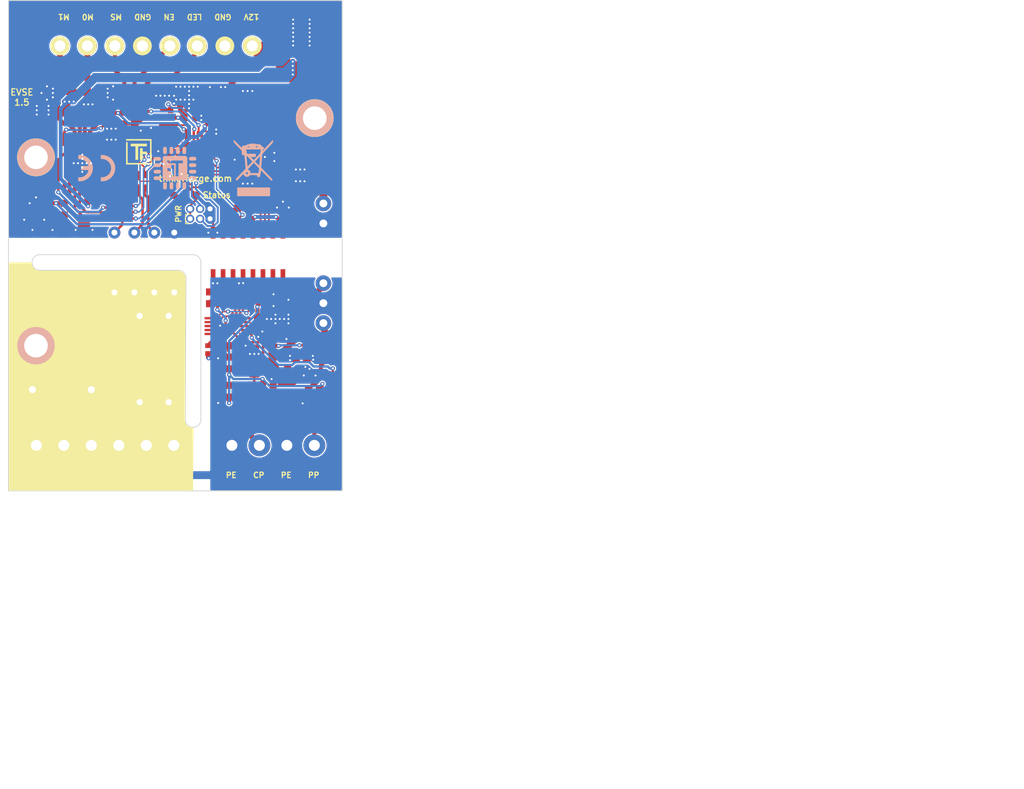
<source format=kicad_pcb>
(kicad_pcb (version 20221018) (generator pcbnew)
  (title_block (title "EVSE Bricklet") (date "2020-05-19") (rev "1.4") (company "Tinkerforge GmbH") (comment 1 "Licensed under CERN OHL v.1.1") (comment 2 "Copyright (©) 2020, B.Nordmeyer <bastian@tinkerforge.com>"))
  (layers (0 "F.Cu" signal) (31 "B.Cu" signal) (34 "B.Paste" user) (35 "F.Paste" user) (36 "B.SilkS" user "B.Silkscreen") (37 "F.SilkS" user "F.Silkscreen") (38 "B.Mask" user) (39 "F.Mask" user) (44 "Edge.Cuts" user))
  (net 0 "")
  (net 1 "3V3")
  (net 2 "GND")
  (net 3 "+12V")
  (net 4 "VCC")
  (net 5 "VEE")
  (net 6 "AGND")
  (net 7 "-12V")
  (net 8 "Net-(C116-Pad1)")
  (net 9 "Net-(C116-Pad2)")
  (net 10 "Net-(C117-Pad2)")
  (net 11 "Net-(D103-Pad2)")
  (net 12 "Net-(J101-Pad2)")
  (net 13 "Net-(P101-Pad1)")
  (net 14 "Net-(P102-Pad6)")
  (net 15 "Net-(P102-Pad5)")
  (net 16 "Net-(P102-Pad1)")
  (net 17 "Net-(R101-Pad1)")
  (net 18 "CP-PWM")
  (net 19 "M-CS")
  (net 20 "Net-(R104-Pad2)")
  (net 21 "Net-(R104-Pad1)")
  (net 22 "Net-(R105-Pad1)")
  (net 23 "S-CS")
  (net 24 "S-CLK")
  (net 25 "S-MOSI")
  (net 26 "S-MISO")
  (net 27 "Net-(RP103-Pad8)")
  (net 28 "Net-(RP103-Pad7)")
  (net 29 "Net-(RP103-Pad6)")
  (net 30 "Net-(RP103-Pad5)")
  (net 31 "Net-(RP103-Pad3)")
  (net 32 "Net-(RP103-Pad2)")
  (net 33 "Net-(RP103-Pad1)")
  (net 34 "~{MOTOR_FAULT}")
  (net 35 "MOTOR_PHASE")
  (net 36 "MOTOR_ENABLE")
  (net 37 "M-MISO")
  (net 38 "M-MOSI")
  (net 39 "M-CLK")
  (net 40 "Net-(U103-Pad5)")
  (net 41 "Net-(C101-Pad1)")
  (net 42 "Net-(L102-Pad2)")
  (net 43 "Net-(P101-Pad6)")
  (net 44 "Net-(P101-Pad5)")
  (net 45 "Net-(P101-Pad4)")
  (net 46 "Net-(P101-Pad3)")
  (net 47 "Net-(P102-Pad2)")
  (net 48 "Net-(U106-Pad9)")
  (net 49 "Net-(U106-Pad10)")
  (net 50 "Net-(U106-Pad14)")
  (net 51 "Net-(R114-Pad2)")
  (net 52 "RELAY")
  (net 53 "Net-(U108-Pad5)")
  (net 54 "Net-(R116-Pad2)")
  (net 55 "Net-(D105-Pad1)")
  (net 56 "AC1")
  (net 57 "AC2")
  (net 58 "Net-(RP105-Pad5)")
  (net 59 "Net-(RP105-Pad7)")
  (net 60 "Net-(R118-Pad2)")
  (net 61 "Net-(U107-Pad3)")
  (net 62 "Net-(U107-Pad4)")
  (net 63 "Net-(C106-Pad1)")
  (net 64 "Net-(U110-Pad3)")
  (net 65 "Net-(U110-Pad4)")
  (net 66 "MOTOR-A")
  (net 67 "MOTOR-B")
  (net 68 "Net-(RP104-Pad7)")
  (net 69 "Net-(RP104-Pad6)")
  (net 70 "Net-(RP104-Pad5)")
  (net 71 "INPUT-MOTOR-SWITCH")
  (net 72 "INPUT-GP")
  (net 73 "Net-(P104-Pad3)")
  (net 74 "Net-(P105-Pad4)")
  (net 75 "Net-(P105-Pad2)")
  (net 76 "Net-(R122-Pad2)")
  (net 77 "Net-(D107-Pad2)")
  (net 78 "Net-(J102-Pad3)")
  (net 79 "Net-(P104-Pad4)")
  (net 80 "Net-(P104-Pad6)")
  (net 81 "OUTPUT-GP")
  (net 82 "Net-(R124-Pad1)")
  (net 83 "Net-(J102-Pad4)")
  (net 84 "Net-(C120-Pad1)")
  (net 85 "Net-(C121-Pad1)")
  (footprint "kicad-libraries:C0603F" (layer "F.Cu") (at 158.75 76.5 90)
    (fp_text reference "C102")
    (fp_text value "100nF")
  )
  (footprint "kicad-libraries:C0402F" (layer "F.Cu") (at 166.7 73.85 180)
    (fp_text reference "C101")
    (fp_text value "220pF")
  )
  (footprint "kicad-libraries:ELKO_63" (layer "F.Cu") (at 176.3 63.95 -90)
    (fp_text reference "C105")
    (fp_text value "68uF/25V")
  )
  (footprint "kicad-libraries:C0603F" (layer "F.Cu") (at 177.2 107.55 90)
    (fp_text reference "C113")
    (fp_text value "100nF/30V")
  )
  (footprint "kicad-libraries:C0603F" (layer "F.Cu") (at 170.7 98.6 -90)
    (fp_text reference "C115")
    (fp_text value "100nF")
  )
  (footprint "kicad-libraries:C0603F" (layer "F.Cu") (at 151.8 77.9 90)
    (fp_text reference "C116")
    (fp_text value "100nF/30V")
  )
  (footprint "kicad-libraries:C0603F" (layer "F.Cu") (at 148.4 71.15 180)
    (fp_text reference "C118")
    (fp_text value "100nF/30V")
  )
  (footprint "kicad-libraries:C0603F" (layer "F.Cu") (at 148.4 72.45 180)
    (fp_text reference "C119")
    (fp_text value "100nF/30V")
  )
  (footprint "kicad-libraries:D0603F" (layer "F.Cu") (at 162.15 81.95 180)
    (fp_text reference "D103")
    (fp_text value "blue")
  )
  (footprint "kicad-libraries:SolderJumper" (layer "F.Cu") (at 166.7 77.45 180)
    (fp_text reference "J101")
    (fp_text value "Boot")
  )
  (footprint "kicad-libraries:R0603F" (layer "F.Cu") (at 168.9 82.25 180)
    (fp_text reference "R101")
    (fp_text value "100")
  )
  (footprint "kicad-libraries:R0603F" (layer "F.Cu") (at 168.9 85.05)
    (fp_text reference "R102")
    (fp_text value "10k")
  )
  (footprint "kicad-libraries:R0603F" (layer "F.Cu") (at 168.9 83.65)
    (fp_text reference "R103")
    (fp_text value "10k")
  )
  (footprint "kicad-libraries:R0603F" (layer "F.Cu") (at 165.9 95.05 90)
    (fp_text reference "R104")
    (fp_text value "100")
  )
  (footprint "kicad-libraries:R0603F" (layer "F.Cu") (at 171.35 106.9 90)
    (fp_text reference "R105")
    (fp_text value "100k")
  )
  (footprint "kicad-libraries:R0603F" (layer "F.Cu") (at 172.7 106.9 -90)
    (fp_text reference "R106")
    (fp_text value "100k")
  )
  (footprint "kicad-libraries:R0603F" (layer "F.Cu") (at 170 106.9 -90)
    (fp_text reference "R107")
    (fp_text value "910")
  )
  (footprint "kicad-libraries:R0603F" (layer "F.Cu") (at 168.5 106.95 -90)
    (fp_text reference "R108")
    (fp_text value "300k")
  )
  (footprint "kicad-libraries:R0603F" (layer "F.Cu") (at 165.7 106.95 -90)
    (fp_text reference "R109")
    (fp_text value "100k")
  )
  (footprint "kicad-libraries:R0603F" (layer "F.Cu") (at 167.1 106.95 90)
    (fp_text reference "R110")
    (fp_text value "82k")
  )
  (footprint "kicad-libraries:R0603F" (layer "F.Cu") (at 178.6 107.55 90)
    (fp_text reference "R111")
    (fp_text value "1k")
  )
  (footprint "kicad-libraries:R0603F" (layer "F.Cu") (at 180 107.55 90)
    (fp_text reference "R112")
    (fp_text value "10k")
  )
  (footprint "kicad-libraries:4X0402" (layer "F.Cu") (at 166.7 75.45 90)
    (fp_text reference "RP101")
    (fp_text value "82")
  )
  (footprint "kicad-libraries:4X0402" (layer "F.Cu") (at 169.1 95.05 180)
    (fp_text reference "RP103")
    (fp_text value "82")
  )
  (footprint "kicad-libraries:4X0603" (layer "F.Cu") (at 153.5 83.75 -90)
    (fp_text reference "RP104")
    (fp_text value "1k")
  )
  (footprint "kicad-libraries:QFN24-4x4mm-0.5mm" (layer "F.Cu") (at 162.35 76.5 -90)
    (fp_text reference "U101")
    (fp_text value "XMC1302")
  )
  (footprint "kicad-libraries:SOIC16" (layer "F.Cu") (at 169.5 89.45 180)
    (fp_text reference "U103")
    (fp_text value "MAX14850")
  )
  (footprint "kicad-libraries:VSSOP10" (layer "F.Cu") (at 166.9 98.65 -90)
    (fp_text reference "U104")
    (fp_text value "ADS1118I")
  )
  (footprint "kicad-libraries:C1206" (layer "F.Cu") (at 176.15 77.95 -90)
    (fp_text reference "C104")
    (fp_text value "4.7uF/50V")
  )
  (footprint "kicad-libraries:VAR_10mm" (layer "F.Cu") (at 145.8 106.75)
    (fp_text reference "R113")
    (fp_text value "MOV-10D391KTR")
  )
  (footprint "kicad-libraries:R0603F" (layer "F.Cu") (at 146.1 83.75 -90)
    (fp_text reference "R114")
    (fp_text value "150")
  )
  (footprint "kicad-libraries:R0603F" (layer "F.Cu") (at 143.25 83)
    (fp_text reference "R115")
    (fp_text value "1k")
  )
  (footprint "kicad-libraries:4X0603" (layer "F.Cu") (at 155.95 80.2)
    (fp_text reference "RP105")
    (fp_text value "10k")
  )
  (footprint "kicad-libraries:DIP-8" (layer "F.Cu") (at 156.3 90.55 180)
    (fp_text reference "U109")
    (fp_text value "HCPL2731")
  )
  (footprint "kicad-libraries:NR3030" (layer "F.Cu") (at 179.1 78.55 -90)
    (fp_text reference "L102")
    (fp_text value "NR3015T6R8M")
  )
  (footprint "kicad-libraries:C1206" (layer "F.Cu") (at 178.5 102.45 180)
    (fp_text reference "C109")
    (fp_text value "4.7uF/50V")
  )
  (footprint "kicad-libraries:C1206" (layer "F.Cu") (at 174.1 102.45 180)
    (fp_text reference "C108")
    (fp_text value "4.7uF/50V")
  )
  (footprint "kicad-libraries:PEM1S" (layer "F.Cu") (at 179.1 90.65 -90)
    (fp_text reference "U102")
    (fp_text value "PEM1-S12-D12-S")
  )
  (footprint "kicad-libraries:C0603F" (layer "F.Cu") (at 173.95 84.3 90)
    (fp_text reference "C107")
    (fp_text value "100nF")
  )
  (footprint "kicad-libraries:RNF12" (layer "F.Cu") (at 159.4 102.85 90)
    (fp_text reference "R116")
    (fp_text value "RNF12FTD249K")
  )
  (footprint "kicad-libraries:R0603F" (layer "F.Cu") (at 165.5 71.85)
    (fp_text reference "L101")
    (fp_text value "FB")
  )
  (footprint "kicad-libraries:SOT23-5" (layer "F.Cu") (at 173 97.8)
    (fp_text reference "U107")
    (fp_text value "TPS70950QDBVRQ1")
  )
  (footprint "kicad-libraries:SOD-123FL" (layer "F.Cu") (at 170.3 103.1 -90)
    (fp_text reference "D105")
    (fp_text value "SMF4L13CA")
  )
  (footprint "kicad-libraries:SOT23-5" (layer "F.Cu") (at 174.95 106.6 180)
    (fp_text reference "U105")
    (fp_text value "OPA171AIDBV")
  )
  (footprint "kicad-libraries:C0603F" (layer "F.Cu") (at 173.9 94.55 90)
    (fp_text reference "C111")
    (fp_text value "100nF")
  )
  (footprint "kicad-libraries:C0603F" (layer "F.Cu") (at 175.3 104.1 180)
    (fp_text reference "C112")
    (fp_text value "100nF/30V")
  )
  (footprint "kicad-libraries:C0603F" (layer "F.Cu") (at 172 95.35)
    (fp_text reference "C123")
    (fp_text value "2.2uF")
  )
  (footprint "kicad-libraries:C0603F" (layer "F.Cu") (at 172.9 100.3)
    (fp_text reference "C122")
    (fp_text value "1uF")
  )
  (footprint "kicad-libraries:C0603F" (layer "F.Cu") (at 166.3 69.7 90)
    (fp_text reference "C103")
    (fp_text value "1uF")
  )
  (footprint "kicad-libraries:C0603F" (layer "F.Cu") (at 164.65 69.7 90)
    (fp_text reference "C106")
    (fp_text value "1uF")
  )
  (footprint "kicad-libraries:C0603F" (layer "F.Cu") (at 162.1 72.1)
    (fp_text reference "C110")
    (fp_text value "2.2uF")
  )
  (footprint "kicad-libraries:SOT23-5" (layer "F.Cu") (at 162.05 69.8 90)
    (fp_text reference "U110")
    (fp_text value "TPS70933DBVR")
  )
  (footprint "kicad-libraries:TSSOP16_EP" (layer "F.Cu") (at 148.4 77.9 180)
    (fp_text reference "U106")
    (fp_text value "A5950GLP")
  )
  (footprint "kicad-libraries:CON-SENSOR2_180" (layer "F.Cu") (at 168.05 74.6 -90)
    (fp_text reference "P101")
    (fp_text value "CON-SENSOR2")
  )
  (footprint "kicad-libraries:C0603F" (layer "F.Cu") (at 149.85 82.65)
    (fp_text reference "C117")
    (fp_text value "100nF/30V")
  )
  (footprint "kicad-libraries:SOD-123FL" (layer "F.Cu") (at 150.675 68.95 180)
    (fp_text reference "D108")
    (fp_text value "SMF4L13CA")
  )
  (footprint "kicad-libraries:SOD-123FL" (layer "F.Cu") (at 145.55 68.95)
    (fp_text reference "D109")
    (fp_text value "SMF4L13CA")
  )
  (footprint "kicad-libraries:R0603F" (layer "F.Cu") (at 153.65 72.15 -90)
    (fp_text reference "R119")
    (fp_text value "10k")
  )
  (footprint "kicad-libraries:C1206" (layer "F.Cu") (at 144.85 71.15 180)
    (fp_text reference "C114")
    (fp_text value "10uF")
  )
  (footprint "kicad-libraries:R0603F" (layer "F.Cu") (at 155.05 69.2 90)
    (fp_text reference "R120")
    (fp_text value "1k")
  )
  (footprint "kicad-libraries:R0603F" (layer "F.Cu") (at 155.05 72.15 -90)
    (fp_text reference "R121")
    (fp_text value "10k")
  )
  (footprint "kicad-libraries:R0603F" (layer "F.Cu") (at 153.65 69.2 90)
    (fp_text reference "R117")
    (fp_text value "1k")
  )
  (footprint "kicad-libraries:Fiducial_Mark" (layer "F.Cu") (at 140.3 58.45)
    (fp_text reference "Fiducial_Mark" hide)
    (fp_text value "VAL**" hide)
  )
  (footprint "kicad-libraries:Fiducial_Mark" (layer "F.Cu") (at 179.5 59.15)
    (fp_text reference "Fiducial_Mark" hide)
    (fp_text value "VAL**" hide)
  )
  (footprint "kicad-libraries:Fiducial_Mark" (layer "F.Cu") (at 180.2 118.35)
    (fp_text reference "Fiducial_Mark" hide)
    (fp_text value "VAL**" hide)
  )
  (footprint "kicad-libraries:Fiducial_Mark" (layer "F.Cu") (at 140.3 118.35)
    (fp_text reference "Fiducial_Mark" hide)
    (fp_text value "VAL**" hide)
  )
  (footprint "kicad-libraries:Logo_31x31" (layer "F.Cu") (at 155.6 76.45)
    (fp_text reference "G***" hide)
    (fp_text value "LOGO" hide)
  )
  (footprint "kicad-libraries:OQ_4P_Vertical" (layer "F.Cu") (at 172.7 113.85)
    (fp_text reference "P105")
    (fp_text value "CP/PP/PE")
  )
  (footprint "kicad-libraries:OQ_6P_Vertical" (layer "F.Cu") (at 151.3 113.85)
    (fp_text reference "P102")
    (fp_text value "Relay")
  )
  (footprint "kicad-libraries:OQ_8P_Vertical" (layer "F.Cu") (at 157.8 62.95 180)
    (fp_text reference "P104")
    (fp_text value "12V/Motor/GP")
  )
  (footprint "kicad-libraries:DRILL_NP" (layer "F.Cu") (at 142.5 101.15)
    (fp_text reference "A101" hide)
    (fp_text value "DRILL" hide)
  )
  (footprint "kicad-libraries:DRILL_NP" (layer "F.Cu") (at 178 72.15)
    (fp_text reference "A102" hide)
    (fp_text value "DRILL" hide)
  )
  (footprint "kicad-libraries:DRILL_NP" (layer "F.Cu") (at 142.5 77.15)
    (fp_text reference "A103" hide)
    (fp_text value "DRILL" hide)
  )
  (footprint "kicad-libraries:RNF12" (layer "F.Cu") (at 155.7 102.85 90)
    (fp_text reference "R118")
    (fp_text value "RNF12FTD249K")
  )
  (footprint "kicad-libraries:R0603F" (layer "F.Cu") (at 167.2 95.05 90)
    (fp_text reference "R122")
    (fp_text value "10k")
  )
  (footprint "kicad-libraries:R0603F" (layer "F.Cu") (at 164.6 95.05 -90)
    (fp_text reference "R123")
    (fp_text value "10k")
  )
  (footprint "kicad-libraries:SOD-323" (layer "F.Cu") (at 152.1 72.85 90)
    (fp_text reference "D104")
    (fp_text value "‎PESD3V3L1BA")
  )
  (footprint "kicad-libraries:SOD-323" (layer "F.Cu") (at 178.75 104.95)
    (fp_text reference "D107")
    (fp_text value "‎PESD5V0L1BA")
  )
  (footprint "kicad-libraries:SOT23GDS" (layer "F.Cu") (at 157.3 69.4 -90)
    (fp_text reference "Q101")
    (fp_text value "2N7002P")
  )
  (footprint "kicad-libraries:R0603F" (layer "F.Cu") (at 159.3 82)
    (fp_text reference "R124")
    (fp_text value "1k")
  )
  (footprint "kicad-libraries:SOD-323" (layer "F.Cu") (at 159.65 69.8 90)
    (fp_text reference "D101")
    (fp_text value "‎PESD3V3L1BA")
  )
  (footprint "kicad-libraries:SOD-323" (layer "F.Cu") (at 156.5 72.45 -90)
    (fp_text reference "D110")
    (fp_text value "‎PESD3V3L1BA")
  )
  (footprint "kicad-libraries:AQ-H" (layer "F.Cu") (at 144.8 90.55 180)
    (fp_text reference "U108")
    (fp_text value "AQH3213AX")
  )
  (footprint "kicad-libraries:Pin_Header_Straight_2x03_127" (layer "F.Cu") (at 163.4 84.35 90)
    (fp_text reference "J102")
    (fp_text value "Config")
  )
  (footprint "kicad-libraries:R0603F" (layer "F.Cu") (at 167.1 103.35 90)
    (fp_text reference "R125")
    (fp_text value "82k")
  )
  (footprint "kicad-libraries:R0603F" (layer "F.Cu") (at 168.5 103.35 -90)
    (fp_text reference "R126")
    (fp_text value "300k")
  )
  (footprint "kicad-libraries:R0603F" (layer "F.Cu") (at 167.7 101.15)
    (fp_text reference "R127")
    (fp_text value "100k")
  )
  (footprint "kicad-libraries:C0402F" (layer "F.Cu") (at 165.7 101.65 -90)
    (fp_text reference "C120")
    (fp_text value "DNP")
  )
  (footprint "kicad-libraries:C0402F" (layer "F.Cu") (at 164.4 101.65 -90)
    (fp_text reference "C121")
    (fp_text value "DNP")
  )
  (footprint "kicad-libraries:CE_5mm" (layer "B.Cu") (at 150.2 78.525 180)
    (fp_text reference "VAL" hide)
    (fp_text value "CE_5mm" hide)
  )
  (footprint "kicad-libraries:Logo_CoMCU" (layer "B.Cu") (at 160.2 78.525 180)
    (fp_text reference "G***" hide)
    (fp_text value "LOGO" hide)
  )
  (footprint "kicad-libraries:WEEE_7mm" (layer "B.Cu") (at 170.2 78.525 180)
    (fp_text reference "VAL" hide)
    (fp_text value "WEEE_7mm" hide)
  )
  (gr_arc (start 162.5 89.55) (mid 163.207107 89.842893) (end 163.5 90.55) (stroke (width 0.1)) (layer "Edge.Cuts"))
  (gr_arc (start 163.5 110.55) (mid 162.5 111.55) (end 161.5 110.55) (stroke (width 0.09906)) (layer "Edge.Cuts"))
  (gr_line (start 163.5 90.55) (end 163.5 110.55) (stroke (width 0.09906)) (layer "Edge.Cuts"))
  (gr_line (start 139 57.15) (end 181.5 57.15) (stroke (width 0.09906)) (layer "Edge.Cuts"))
  (gr_arc (start 160.6 91.55) (mid 161.307107 91.842893) (end 161.6 92.55) (stroke (width 0.1)) (layer "Edge.Cuts"))
  (gr_line (start 181.5 119.65) (end 139 119.65) (stroke (width 0.09906)) (layer "Edge.Cuts"))
  (gr_line (start 181.5 57.15) (end 181.5 119.65) (stroke (width 0.09906)) (layer "Edge.Cuts"))
  (gr_line (start 160.6 91.55) (end 143 91.55) (stroke (width 0.09906)) (layer "Edge.Cuts"))
  (gr_line (start 161.6 92.55) (end 161.5 110.55) (stroke (width 0.09906)) (layer "Edge.Cuts"))
  (gr_line (start 162.5 89.55) (end 143 89.55) (stroke (width 0.09906)) (layer "Edge.Cuts"))
  (gr_arc (start 143 91.55) (mid 142 90.55) (end 143 89.55) (stroke (width 0.09906)) (layer "Edge.Cuts"))
  (gr_line (start 139 119.65) (end 139 57.15) (stroke (width 0.09906)) (layer "Edge.Cuts"))
  (gr_text "PE    CP    PE    PP" (at 166.6 117.65) (layer "F.SilkS") (effects (font (size 0.7 0.7)) (justify left)))
  (gr_text "Status" (at 163.65 81.95) (layer "F.SilkS") (effects (font (size 0.75 0.75)) (justify left)))
  (gr_text "12V   GND   LED   EN   GND   MS    M0   M1" (at 171 59.25 180) (layer "F.SilkS") (effects (font (size 0.7 0.7)) (justify left)))
  (gr_text "PWR" (at 160.65 84.35 90) (layer "F.SilkS") (effects (font (size 0.7 0.7))))
  (gr_text "tinkerforge.com" (at 162.8 79.85) (layer "F.SilkS") (effects (font (size 0.8 0.8))))
  (gr_text "EVSE\n1.5" (at 140.7 69.5) (layer "F.SilkS") (effects (font (size 0.8 0.8))))
  (segment (start 151.3 72.9) (end 150.75 73.45) (width 0.3) (layer "F.Cu") (net 1))
  (segment (start 169.65 83.65) (end 169.65 84.9) (width 0.5) (layer "F.Cu") (net 1))
  (segment (start 173.05 84.75) (end 173.1 84.75) (width 0.5) (layer "F.Cu") (net 1))
  (segment (start 161.35 71.75) (end 160.85 71.25) (width 0.5) (layer "F.Cu") (net 1))
  (segment (start 160.211092 72.1) (end 160.6 72.1) (width 0.5) (layer "F.Cu") (net 1))
  (segment (start 153.60132 82.55112) (end 153.5002 82.45) (width 0.3) (layer "F.Cu") (net 1))
  (segment (start 153.5 82.4498) (end 153.5 82) (width 0.3) (layer "F.Cu") (net 1))
  (segment (start 154.45 75.3) (end 154.45 73.8) (width 0.5) (layer "F.Cu") (net 1))
  (segment (start 154.45 73.8) (end 156.140799 72.109201) (width 0.5) (layer "F.Cu") (net 1))
  (segment (start 152.49 86.74) (end 153.5 85.73) (width 0.3) (layer "F.Cu") (net 1))
  (segment (start 156.762101 72.109201) (end 156.771302 72.1) (width 0.5) (layer "F.Cu") (net 1))
  (segment (start 157.15 79.6) (end 157.15 78.9) (width 0.3) (layer "F.Cu") (net 1))
  (segment (start 170.1 85.05) (end 170.4 84.75) (width 0.5) (layer "F.Cu") (net 1))
  (segment (start 153.5002 82.45) (end 153.5 82.45) (width 0.3) (layer "F.Cu") (net 1))
  (segment (start 160.85 71.25) (end 160.85 70.75) (width 0.5) (layer "F.Cu") (net 1))
  (segment (start 174.9 85.05) (end 175.45 84.5) (width 0.5) (layer "F.Cu") (net 1))
  (segment (start 154.3016 78.25) (end 153.7 78.25) (width 0.2) (layer "F.Cu") (net 1))
  (segment (start 174.2 81.35) (end 174.2 70.281798) (width 0.5) (layer "F.Cu") (net 1))
  (segment (start 153.65 72.9) (end 155.05 72.9) (width 0.3) (layer "F.Cu") (net 1))
  (segment (start 162.13 84.985) (end 162.13 83.72) (width 0.25) (layer "F.Cu") (net 1))
  (segment (start 154.75112 79.3491) (end 154.75112 78.69952) (width 0.2) (layer "F.Cu") (net 1))
  (segment (start 159.025 77.25) (end 158.7 77.25) (width 0.3) (layer "F.Cu") (net 1))
  (segment (start 169.65 85.05) (end 170.1 85.05) (width 0.5) (layer "F.Cu") (net 1))
  (segment (start 161.35 72.1) (end 160.6 72.1) (width 0.5) (layer "F.Cu") (net 1))
  (segment (start 160.5 79.55) (end 159.938908 79.55) (width 0.3) (layer "F.Cu") (net 1))
  (segment (start 160.325 76.75) (end 159.525 76.75) (width 0.3) (layer "F.Cu") (net 1))
  (segment (start 169.65 84.9) (end 169.6 84.95) (width 0.5) (layer "F.Cu") (net 1))
  (segment (start 162.9 81.95) (end 160.5 79.55) (width 0.3) (layer "F.Cu") (net 1))
  (segment (start 154.45 77.5) (end 154.45 75.3) (width 0.5) (layer "F.Cu") (net 1))
  (segment (start 157.15 79.35) (end 157.15 79.1) (width 0.3) (layer "F.Cu") (net 1))
  (segment (start 151.3 72.9) (end 153.65 72.9) (width 0.3) (layer "F.Cu") (net 1))
  (segment (start 153.5 78.45) (end 154.45 77.5) (width 0.5) (layer "F.Cu") (net 1))
  (segment (start 154.45 75.3) (end 154.45 74.3) (width 0.3) (layer "F.Cu") (net 1))
  (segment (start 154.3509 82.55112) (end 153.60132 82.55112) (width 0.3) (layer "F.Cu") (net 1))
  (segment (start 174.2 70.281798) (end 173.717203 69.799001) (width 0.5) (layer "F.Cu") (net 1))
  (segment (start 162.13 83.32) (end 162.9 82.55) (width 0.25) (layer "F.Cu") (net 1))
  (segment (start 173.95 85.05) (end 174.9 85.05) (width 0.5) (layer "F.Cu") (net 1))
  (segment (start 153.5 82) (end 153.5 78.45) (width 0.5) (layer "F.Cu") (net 1))
  (segment (start 173.4 85.05) (end 173.9 85.05) (width 0.5) (layer "F.Cu") (net 1))
  (segment (start 173.94375 86.75381) (end 173.94375 85.39125) (width 0.7) (layer "F.Cu") (net 1))
  (segment (start 153.5 85.73) (end 153.5 82) (width 0.3) (layer "F.Cu") (net 1))
  (segment (start 164.274229 72.910547) (end 163.99923 73.185546) (width 0.5) (layer "F.Cu") (net 1))
  (segment (start 157.15 78.9) (end 157.775001 78.274999) (width 0.3) (layer "F.Cu") (net 1))
  (segment (start 174 85.335) (end 174 85.05) (width 0.7) (layer "F.Cu") (net 1))
  (segment (start 175.45 82.6) (end 174.2 81.35) (width 0.5) (layer "F.Cu") (net 1))
  (segment (start 158.75 77.25) (end 158.75 77.611092) (width 0.5) (layer "F.Cu") (net 1))
  (segment (start 154.75112 78.69952) (end 154.3016 78.25) (width 0.2) (layer "F.Cu") (net 1))
  (segment (start 173.717203 69.799001) (end 170.579749 69.799001) (width 0.5) (layer "F.Cu") (net 1))
  (segment (start 159.525 76.75) (end 159.025 77.25) (width 0.3) (layer "F.Cu") (net 1))
  (segment (start 167.468203 72.910547) (end 164.274229 72.910547) (width 0.5) (layer "F.Cu") (net 1))
  (segment (start 146.1267 73.849051) (end 146.34116 73.634591) (width 0.3) (layer "F.Cu") (net 1))
  (segment (start 156.140799 72.109201) (end 156.762101 72.109201) (width 0.5) (layer "F.Cu") (net 1))
  (segment (start 156.771302 72.1) (end 160.211092 72.1) (width 0.5) (layer "F.Cu") (net 1))
  (segment (start 158.475001 78.274999) (end 158.75 78) (width 0.3) (layer "F.Cu") (net 1))
  (segment (start 161.35 72.1) (end 161.35 71.75) (width 0.5) (layer "F.Cu") (net 1))
  (segment (start 157.775001 78.274999) (end 158.475001 78.274999) (width 0.3) (layer "F.Cu") (net 1))
  (segment (start 175.45 84.5) (end 175.45 82.6) (width 0.5) (layer "F.Cu") (net 1))
  (segment (start 146.1267 74.852) (end 146.1267 73.849051) (width 0.3) (layer "F.Cu") (net 1))
  (segment (start 173.94375 85.39125) (end 174 85.335) (width 0.7) (layer "F.Cu") (net 1))
  (segment (start 159.938908 79.55) (end 159.55 79.55) (width 0.3) (layer "F.Cu") (net 1))
  (segment (start 170.579749 69.799001) (end 167.468203 72.910547) (width 0.5) (layer "F.Cu") (net 1))
  (segment (start 162.13 83.72) (end 162.13 83.32) (width 0.25) (layer "F.Cu") (net 1))
  (segment (start 158.75 77.611092) (end 158.75 78) (width 0.5) (layer "F.Cu") (net 1))
  (segment (start 173.1 84.75) (end 173.4 85.05) (width 0.5) (layer "F.Cu") (net 1))
  (segment (start 162.9 82.55) (end 162.9 81.95) (width 0.25) (layer "F.Cu") (net 1))
  (via (at 160.6 72.1) (size 0.55) (drill 0.25) (layers "F.Cu" "B.Cu") (net 1))
  (via (at 170.4 84.75) (size 0.55) (drill 0.25) (layers "F.Cu" "B.Cu") (net 1))
  (via (at 159.55 79.55) (size 0.55) (drill 0.25) (layers "F.Cu" "B.Cu") (net 1))
  (via (at 158.75 78) (size 0.55) (drill 0.25) (layers "F.Cu" "B.Cu") (net 1))
  (via (at 146.34116 73.634591) (size 0.55) (drill 0.25) (layers "F.Cu" "B.Cu") (net 1))
  (via (at 173.05 84.75) (size 0.55) (drill 0.25) (layers "F.Cu" "B.Cu") (net 1))
  (via (at 150.75 73.45) (size 0.55) (drill 0.25) (layers "F.Cu" "B.Cu") (net 1))
  (via (at 163.99923 73.185546) (size 0.55) (drill 0.25) (layers "F.Cu" "B.Cu") (net 1))
  (segment (start 158.75 78) (end 161.989669 74.760331) (width 0.5) (layer "B.Cu") (net 1))
  (segment (start 163.023684 74.55) (end 162.15 74.55) (width 0.3) (layer "B.Cu") (net 1))
  (segment (start 161.989669 74.760331) (end 161.989669 73.248739) (width 0.5) (layer "B.Cu") (net 1))
  (segment (start 161.989669 73.248739) (end 160.83343 72.0925) (width 0.5) (layer "B.Cu") (net 1))
  (segment (start 159.55 78.8) (end 159.55 79.55) (width 0.3) (layer "B.Cu") (net 1))
  (segment (start 150.161092 73.65) (end 146.35 73.65) (width 0.3) (layer "B.Cu") (net 1))
  (segment (start 163.99923 73.574454) (end 163.99923 73.185546) (width 0.5) (layer "B.Cu") (net 1))
  (segment (start 160.83343 72.0925) (end 160.5825 72.0925) (width 0.5) (layer "B.Cu") (net 1))
  (segment (start 150.75 73.45) (end 150.361092 73.45) (width 0.3) (layer "B.Cu") (net 1))
  (segment (start 170.4 84.75) (end 173.05 84.75) (width 0.5) (layer "B.Cu") (net 1))
  (segment (start 162.25 74.55) (end 163.023684 74.55) (width 0.5) (layer "B.Cu") (net 1))
  (segment (start 162.15 74.55) (end 161.95 74.75) (width 0.3) (layer "B.Cu") (net 1))
  (segment (start 163.023684 74.55) (end 163.99923 73.574454) (width 0.5) (layer "B.Cu") (net 1))
  (segment (start 158.75 78) (end 159.55 78.8) (width 0.3) (layer "B.Cu") (net 1))
  (segment (start 150.361092 73.45) (end 150.161092 73.65) (width 0.3) (layer "B.Cu") (net 1))
  (segment (start 152.1 74.1883) (end 152.1 73.5) (width 0.5) (layer "F.Cu") (net 2))
  (segment (start 159.025 75.75) (end 158.7 75.75) (width 0.3) (layer "F.Cu") (net 2))
  (segment (start 152.1 74.9) (end 151.55 74.9) (width 0.5) (layer "F.Cu") (net 2))
  (segment (start 158.75 75.75) (end 158.691063 75.75) (width 0.5) (layer "F.Cu") (net 2))
  (segment (start 162 69.8) (end 161.45 69.8) (width 0.5) (layer "F.Cu") (net 2))
  (segment (start 162 68.7) (end 162 68.15) (width 0.5) (layer "F.Cu") (net 2))
  (segment (start 173.95 83.55) (end 173.2 83.55) (width 0.5) (layer "F.Cu") (net 2))
  (segment (start 162 69.25) (end 162 68.7) (width 0.5) (layer "F.Cu") (net 2))
  (segment (start 159.525 76.25) (end 159.025 75.75) (width 0.3) (layer "F.Cu") (net 2))
  (segment (start 175.25 62.349994) (end 175.250006 62.35) (width 0.5) (layer "F.Cu") (net 2))
  (segment (start 158.344886 76.096177) (end 158.069887 76.371176) (width 0.5) (layer "F.Cu") (net 2))
  (segment (start 144.1 68.95) (end 144.65 69.5) (width 0.5) (layer "F.Cu") (net 2))
  (segment (start 166.2 73.85) (end 166.1 73.75) (width 0.5) (layer "F.Cu") (net 2))
  (segment (start 158.316 68.511) (end 158.316 69.266) (width 0.5) (layer "F.Cu") (net 2))
  (segment (start 159.65 68.4792) (end 159.65 69.1) (width 0.5) (layer "F.Cu") (net 2))
  (segment (start 152.3133 68.1117) (end 152.325 68.1) (width 0.5) (layer "F.Cu") (net 2))
  (segment (start 176.3 61.25) (end 175.25 61.25) (width 0.5) (layer "F.Cu") (net 2))
  (segment (start 173.95 83.55) (end 173.95 82.8) (width 0.5) (layer "F.Cu") (net 2))
  (segment (start 156.7792 73.7708) (end 157.15 73.4) (width 0.5) (layer "F.Cu") (net 2))
  (segment (start 165.214834 86.75) (end 165.603742 86.75) (width 0.5) (layer "F.Cu") (net 2))
  (segment (start 167.2 78) (end 166.9 78) (width 0.25) (layer "F.Cu") (net 2))
  (segment (start 151.625 68.95) (end 151.625 68.4) (width 0.5) (layer "F.Cu") (net 2))
  (segment (start 172.85 77.1) (end 172.85 77.625962) (width 0.5) (layer "F.Cu") (net 2))
  (segment (start 163 72.25) (end 163.35 72.25) (width 0.5) (layer "F.Cu") (net 2))
  (segment (start 177.35 60.7) (end 177.35 60.15) (width 0.5) (layer "F.Cu") (net 2))
  (segment (start 166.1 73.75) (end 165.75 73.75) (width 0.5) (layer "F.Cu") (net 2))
  (segment (start 148.72258 78.22258) (end 148.4 77.9) (width 0.3) (layer "F.Cu") (net 2))
  (segment (start 176.15 79.45114) (end 176.15 80.200004) (width 0.5) (layer "F.Cu") (net 2))
  (segment (start 141.7 83) (end 142.5 83) (width 0.5) (layer "F.Cu") (net 2))
  (segment (start 143.9117 68.95) (end 143.9117 68.1117) (width 0.5) (layer "F.Cu") (net 2))
  (segment (start 151.625 68.95) (end 151.625 69.5) (width 0.5) (layer "F.Cu") (net 2))
  (segment (start 143.9117 68.95) (end 143.9117 69.7883) (width 0.5) (layer "F.Cu") (net 2))
  (segment (start 163.35 72.25) (end 163.5 72.4) (width 0.5) (layer "F.Cu") (net 2))
  (segment (start 161.45 68.15) (end 160.9 68.15) (width 0.5) (layer "F.Cu") (net 2))
  (segment (start 173.95 83.55) (end 174.7 83.55) (width 0.5) (layer "F.Cu") (net 2))
  (segment (start 166.1 68.75) (end 166.1 68.4) (width 0.5) (layer "F.Cu") (net 2))
  (segment (start 177.35 61.25) (end 177.35 60.7) (width 0.5) (layer "F.Cu") (net 2))
  (segment (start 175.250006 62.899994) (end 175.25 62.9) (width 0.5) (layer "F.Cu") (net 2))
  (segment (start 167.2 76.9) (end 167.2 77.45) (width 0.25) (layer "F.Cu") (net 2))
  (segment (start 143.53 86.4) (end 143.53 85.12) (width 0.5) (layer "F.Cu") (net 2))
  (segment (start 166.5 68.75) (end 166.5 68.45) (width 0.5) (layer "F.Cu") (net 2))
  (segment (start 169.45 80.5) (end 170.05 80.5) (width 0.5) (layer "F.Cu") (net 2))
  (segment (start 156.5 73.7708) (end 155.8708 73.7708) (width 0.5) (layer "F.Cu") (net 2))
  (segment (start 166.925 76.9) (end 167.2 76.9) (width 0.25) (layer "F.Cu") (net 2))
  (segment (start 143.9117 69.7883) (end 143.9 69.8) (width 0.5) (layer "F.Cu") (net 2))
  (segment (start 152.3133 68.95) (end 152.3133 69.7883) (width 0.5) (layer "F.Cu") (net 2))
  (segment (start 175.25 61.8) (end 175.25 62.349994) (width 0.5) (layer "F.Cu") (net 2))
  (segment (start 148.72258 73.22742) (end 149.15 72.8) (width 0.49) (layer "F.Cu") (net 2))
  (segment (start 148.988904 70.4) (end 149.038904 70.45) (width 0.7) (layer "F.Cu") (net 2))
  (segment (start 175.25 60.7) (end 175.25 60.15) (width 0.5) (layer "F.Cu") (net 2))
  (segment (start 158.35 69.3) (end 157.8 69.3) (width 0.5) (layer "F.Cu") (net 2))
  (segment (start 149.15 70.95) (end 149.7 70.4) (width 0.5) (layer "F.Cu") (net 2))
  (segment (start 165.05754 85.40754) (end 164.65 85) (width 0.25) (layer "F.Cu") (net 2))
  (segment (start 161.3 76.25) (end 161.7 75.85) (width 0.3) (layer "F.Cu") (net 2))
  (segment (start 150.02306 74.852) (end 150.02306 75.90388) (width 0.49) (layer "F.Cu") (net 2))
  (segment (start 165.05754 86.75252) (end 165.06006 86.75) (width 0.5) (layer "F.Cu") (net 2))
  (segment (start 162 69.8) (end 162 69.25) (width 0.5) (layer "F.Cu") (net 2))
  (segment (start 160.9 68.15) (end 160.35 68.15) (width 0.5) (layer "F.Cu") (net 2))
  (segment (start 159.65 69.1) (end 159.45 69.3) (width 0.5) (layer "F.Cu") (net 2))
  (segment (start 175.25 61.25) (end 175.25 60.7) (width 0.5) (layer "F.Cu") (net 2))
  (segment (start 144.1 71.15) (end 144.1 70.6) (width 0.5) (layer "F.Cu") (net 2))
  (segment (start 149.65 76.65) (end 148.4 77.9) (width 0.49) (layer "F.Cu") (net 2))
  (segment (start 144.1 71.15) (end 144.1 71.7) (width 0.5) (layer "F.Cu") (net 2))
  (segment (start 148.4 77.9) (end 147.85 77.9) (width 0.5) (layer "F.Cu") (net 2))
  (segment (start 162 70.35) (end 162 70.9) (width 0.5) (layer "F.Cu") (net 2))
  (segment (start 162.85 72.1) (end 163 72.25) (width 0.5) (layer "F.Cu") (net 2))
  (segment (start 143.9117 68.95) (end 143.2 68.95) (width 0.5) (layer "F.Cu") (net 2))
  (segment (start 159.45 69.3) (end 158.9 69.3) (width 0.5) (layer "F.Cu") (net 2))
  (segment (start 160.35 70.022626) (end 160.082553 70.290073) (width 0.5) (layer "F.Cu") (net 2))
  (segment (start 163.45 71.85) (end 163.549996 71.85) (width 0.5) (layer "F.Cu") (net 2))
  (segment (start 148.61 86.4) (end 149.7 86.4) (width 0.5) (layer "F.Cu") (net 2))
  (segment (start 148.4 77.9) (end 148.4 77.35) (width 0.5) (layer "F.Cu") (net 2))
  (segment (start 143.9117 68.95) (end 144.1 68.95) (width 0.5) (layer "F.Cu") (net 2))
  (segment (start 143.53 86.4) (end 144.6 86.4) (width 0.5) (layer "F.Cu") (net 2))
  (segment (start 166.5 68.45) (end 166.600002 68.349998) (width 0.5) (layer "F.Cu") (net 2))
  (segment (start 175.250006 62.35) (end 175.250006 62.899994) (width 0.5) (layer "F.Cu") (net 2))
  (segment (start 148.95 77.9) (end 149.5 77.9) (width 0.5) (layer "F.Cu") (net 2))
  (segment (start 162.9 72.05) (end 163.25 72.05) (width 0.5) (layer "F.Cu") (net 2))
  (segment (start 160.35 69.8) (end 160.35 69.577374) (width 0.5) (layer "F.Cu") (net 2))
  (segment (start 176.7 80.2) (end 176.150004 80.2) (width 0.5) (layer "F.Cu") (net 2))
  (segment (start 158.316 69.266) (end 158.35 69.3) (width 0.5) (layer "F.Cu") (net 2))
  (segment (start 148.4 78.45) (end 148.4 79) (width 0.5) (layer "F.Cu") (net 2))
  (segment (start 156.5 73.7708) (end 156.7792 73.7708) (width 0.5) (layer "F.Cu") (net 2))
  (segment (start 176.3 61.25) (end 177.35 61.25) (width 0.5) (layer "F.Cu") (net 2))
  (segment (start 149.15 72.45) (end 149.15 71.2) (width 0.7) (layer "F.Cu") (net 2))
  (segment (start 175.25 60.15) (end 175.25 59.6) (width 0.5) (layer "F.Cu") (net 2))
  (segment (start 165.75 73.75) (end 165.6 73.6) (width 0.5) (layer "F.Cu") (net 2))
  (segment (start 164.65 68.95) (end 164.65 68.2) (width 0.5) (layer "F.Cu") (net 2))
  (segment (start 161.7 75.85) (end 161.7 77.15) (width 0.3) (layer "F.Cu") (net 2))
  (segment (start 161.7 75.85) (end 163 75.85) (width 0.3) (layer "F.Cu") (net 2))
  (segment (start 142.6 71.15) (end 142.6 71.7) (width 0.5) (layer "F.Cu") (net 2))
  (segment (start 160.9 69.8) (end 160.35 69.8) (width 0.5) (layer "F.Cu") (net 2))
  (segment (start 155.8708 73.7708) (end 155.85 73.75) (width 0.5) (layer "F.Cu") (net 2))
  (segment (start 161.45 69.8) (end 160.9 69.8) (width 0.5) (layer "F.Cu") (net 2))
  (segment (start 176.15 80.200004) (end 175.600004 80.200004) (width 0.5) (layer "F.Cu") (net 2))
  (segment (start 143.34886 71.15) (end 142.6 71.15) (width 0.5) (layer "F.Cu") (net 2))
  (segment (start 169.45 68.7) (end 170.05 68.7) (width 0.5) (layer "F.Cu") (net 2))
  (segment (start 165.06006 86.75) (end 165.214834 86.75) (width 0.5) (layer "F.Cu") (net 2))
  (segment (start 163.24888 69.8) (end 162.55 69.8) (width 0.5) (layer "F.Cu") (net 2))
  (segment (start 166.05 68.35) (end 166.05 68.2) (width 0.5) (layer "F.Cu") (net 2))
  (segment (start 166.3 68.95) (end 166.1 68.75) (width 0.5) (layer "F.Cu") (net 2))
  (segment (start 152.1 73.5) (end 151.55 73.5) (width 0.5) (layer "F.Cu") (net 2))
  (segment (start 160.325 76.25) (end 161.3 76.25) (width 0.3) (layer "F.Cu") (net 2))
  (segment (start 165.6 73.6) (end 165.45 73.6) (width 0.5) (layer "F.Cu") (net 2))
  (segment (start 172.85 77.1) (end 172.85 76.574002) (width 0.5) (layer "F.Cu") (net 2))
  (segment (start 162.85 72.1) (end 162.9 72.05) (width 0.5) (layer "F.Cu") (net 2))
  (segment (start 160.35 69.8) (end 160.35 70.022626) (width 0.5) (layer "F.Cu") (net 2))
  (segment (start 143.9117 68.1117) (end 143.9 68.1) (width 0.5) (layer "F.Cu") (net 2))
  (segment (start 165.05754 86.75252) (end 164.45252 86.75252) (width 0.5) (layer "F.Cu") (net 2))
  (segment (start 148.4 77.9) (end 148.95 77.9) (width 0.5) (layer "F.Cu") (net 2))
  (segment (start 149.15 71.2) (end 149.2 71.15) (width 0.7) (layer "F.Cu") (net 2))
  (segment (start 177.35 61.25) (end 177.35 61.8) (width 0.5) (layer "F.Cu") (net 2))
  (segment (start 160.325 76.25) (end 159.525 76.25) (width 0.3) (layer "F.Cu") (net 2))
  (segment (start 149.7 70.4) (end 149.15 70.4) (width 0.5) (layer "F.Cu") (net 2))
  (segment (start 169.45 68.7) (end 168.849994 68.7) (width 0.5) (layer "F.Cu") (net 2))
  (segment (start 164.67 83.715) (end 164.67 84.98) (width 0.25) (layer "F.Cu") (net 2))
  (segment (start 147.85 77.9) (end 147.3 77.9) (width 0.5) (layer "F.Cu") (net 2))
  (segment (start 140.99 86.4) (end 142.05 86.4) (width 0.5) (layer "F.Cu") (net 2))
  (segment (start 150.02306 75.90388) (end 149.65 76.27694) (width 0.49) (layer "F.Cu") (net 2))
  (segment (start 152.1 73.5) (end 152.65 73.5) (width 0.5) (layer "F.Cu") (net 2))
  (segment (start 176.15 78.7) (end 175.6 78.7) (width 0.5) (layer "F.Cu") (net 2))
  (segment (start 172.85 77.1) (end 171.65 77.1) (width 0.5) (layer "F.Cu") (net 2))
  (segment (start 158.691063 75.75) (end 158.344886 76.096177) (width 0.5) (layer "F.Cu") (net 2))
  (segment (start 176.15 78.7) (end 176.7 78.7) (width 0.5) (layer "F.Cu") (net 2))
  (segment (start 152.3133 68.95) (end 152.3133 68.1117) (width 0.5) (layer "F.Cu") (net 2))
  (segment (start 176.150004 80.2) (end 176.15 80.200004) (width 0.5) (layer "F.Cu") (net 2))
  (segment (start 175.25 61.25) (end 175.25 61.8) (width 0.5) (layer "F.Cu") (net 2))
  (segment (start 162 68.15) (end 161.45 68.15) (width 0.5) (layer "F.Cu") (net 2))
  (segment (start 148.599996 70.4) (end 148.988904 70.4) (width 0.7) (layer "F.Cu") (net 2))
  (segment (start 140.99 85.11) (end 141 85.1) (width 0.3) (layer "F.Cu") (net 2))
  (segment (start 177.35 62.35) (end 177.35 62.9) (width 0.5) (layer "F.Cu") (net 2))
  (segment (start 166.2 73.85) (end 166.1 73.95) (width 0.5) (layer "F.Cu") (net 2))
  (segment (start 148.4 77.35) (end 148.4 76.8) (width 0.5) (layer "F.Cu") (net 2))
  (segment (start 149.15 71.15) (end 149.15 70.95) (width 0.5) (layer "F.Cu") (net 2))
  (segment (start 149.15 70.4) (end 148.599996 70.4) (width 0.5) (layer "F.Cu") (net 2))
  (segment (start 167.2 77.45) (end 167.8 77.45) (width 0.2) (layer "F.Cu") (net 2))
  (segment (start 162 69.8) (end 162 70.35) (width 0.5) (layer "F.Cu") (net 2))
  (segment (start 148.61 86.4) (end 147.55 86.4) (width 0.5) (layer "F.Cu") (net 2))
  (segment (start 152.1 74.1883) (end 152.1 74.9) (width 0.5) (layer "F.Cu") (net 2))
  (segment (start 165.05754 86.75252) (end 165.05754 85.40754) (width 0.25) (layer "F.Cu") (net 2))
  (segment (start 142.5 83) (end 142.5 82.25) (width 0.5) (layer "F.Cu") (net 2))
  (segment (start 162.55 69.8) (end 162 69.8) (width 0.5) (layer "F.Cu") (net 2))
  (segment (start 163.25 72.05) (end 163.45 71.85) (width 0.5) (layer "F.Cu") (net 2))
  (segment (start 143.9117 68.95) (end 144.65 68.95) (width 0.5) (layer "F.Cu") (net 2))
  (segment (start 152.3133 68.95) (end 151.625 68.95) (width 0.5) (layer "F.Cu") (net 2))
  (segment (start 142.45 83) (end 141.7 83) (width 0.3) (layer "F.Cu") (net 2))
  (segment (start 166.1 68.4) (end 166.05 68.35) (width 0.5) (layer "F.Cu") (net 2))
  (segment (start 166.1 73.95) (end 165.65 73.95) (width 0.5) (layer "F.Cu") (net 2))
  (segment (start 143.53 85.12) (end 143.55 85.1) (width 0.3) (layer "F.Cu") (net 2))
  (segment (start 165.65 73.95) (end 165.45 74.15) (width 0.5) (layer "F.Cu") (net 2))
  (segment (start 176.15 79.45114) (end 176.15 78.7) (width 0.5) (layer "F.Cu") (net 2))
  (segment (start 149.15 72.8) (end 149.15 72.45) (width 0.49) (layer "F.Cu") (net 2))
  (segment (start 166.3 68.95) (end 166.5 68.75) (width 0.5) (layer "F.Cu") (net 2))
  (segment (start 163.5 72.4) (end 163.55 72.4) (width 0.5) (layer "F.Cu") (net 2))
  (segment (start 142.6 71.15) (end 142.6 70.6) (width 0.5) (layer "F.Cu") (net 2))
  (segment (start 162 68.15) (end 162.55 68.15) (width 0.5) (layer "F.Cu") (net 2))
  (segment (start 160.35 69.577374) (end 160.082553 69.309927) (width 0.5) (layer "F.Cu") (net 2))
  (segment (start 169.45 80.5) (end 168.85 80.5) (width 0.5) (layer "F.Cu") (net 2))
  (segment (start 167.2 77.45) (end 167.2 78) (width 0.25) (layer "F.Cu") (net 2))
  (segment (start 148.72258 74.852) (end 148.72258 73.22742) (width 0.49) (layer "F.Cu") (net 2))
  (segment (start 162.55 68.15) (end 163.1 68.15) (width 0.5) (layer "F.Cu") (net 2))
  (segment (start 152.3133 69.7883) (end 152.325 69.8) (width 0.5) (layer "F.Cu") (net 2))
  (segment (start 158.9 69.3) (end 158.35 69.3) (width 0.5) (layer "F.Cu") (net 2))
  (segment (start 149.65 76.27694) (end 149.65 76.65) (width 0.49) (layer "F.Cu") (net 2))
  (segment (start 149.038904 70.45) (end 149.7 70.45) (width 0.7) (layer "F.Cu") (net 2))
  (segment (start 140.99 86.4) (end 140.99 85.11) (width 0.5) (layer "F.Cu") (net 2))
  (segment (start 177.35 61.8) (end 177.35 62.35) (width 0.5) (layer "F.Cu") (net 2))
  (segment (start 152.1 74.9) (end 152.65 74.9) (width 0.5) (layer "F.Cu") (net 2))
  (segment (start 164.67 84.98) (end 164.65 85) (width 0.25) (layer "F.Cu") (net 2))
  (segment (start 175.600004 80.200004) (end 175.6 80.2) (width 0.5) (layer "F.Cu") (net 2))
  (segment (start 148.72258 80.948) (end 148.72258 78.22258) (width 0.3) (layer "F.Cu") (net 2))
  (segment (start 163 75.85) (end 163 77.15) (width 0.3) (layer "F.Cu") (net 2))
  (segment (start 143.34886 71.15) (end 144.1 71.15) (width 0.5) (layer "F.Cu") (net 2))
  (segment (start 144.1 68.95) (end 144.65 68.4) (width 0.5) (layer "F.Cu") (net 2))
  (segment (start 148.4 77.9) (end 148.4 78.45) (width 0.5) (layer "F.Cu") (net 2))
  (segment (start 166.600002 68.349998) (end 166.600002 68.2) (width 0.5) (layer "F.Cu") (net 2))
  (segment (start 177.35 60.15) (end 177.35 59.6) (width 0.5) (layer "F.Cu") (net 2))
  (via (at 152.325 69.8) (size 0.55) (drill 0.25) (layers "F.Cu" "B.Cu") (net 2))
  (via (at 168.85 80.5) (size 0.55) (drill 0.25) (layers "F.Cu" "B.Cu") (net 2))
  (via (at 142.6 71.15) (size 0.55) (drill 0.25) (layers "F.Cu" "B.Cu") (net 2))
  (via (at 177.35 62.9) (size 0.55) (drill 0.25) (layers "F.Cu" "B.Cu") (net 2))
  (via (at 160.35 69.8) (size 0.55) (drill 0.25) (layers "F.Cu" "B.Cu") (net 2))
  (via (at 175.25 61.8) (size 0.55) (drill 0.25) (layers "F.Cu" "B.Cu") (net 2))
  (via (at 157.8 69.3) (size 0.55) (drill 0.25) (layers "F.Cu" "B.Cu") (net 2))
  (via (at 171.65 77.1) (size 0.55) (drill 0.25) (layers "F.Cu" "B.Cu") (net 2))
  (via (at 160.082553 69.309927) (size 0.55) (drill 0.25) (layers "F.Cu" "B.Cu") (net 2))
  (via (at 172.85 77.625962) (size 0.55) (drill 0.25) (layers "F.Cu" "B.Cu") (net 2))
  (via (at 177.35 61.8) (size 0.55) (drill 0.25) (layers "F.Cu" "B.Cu") (net 2))
  (via (at 144.6 86.4) (size 0.55) (drill 0.25) (layers "F.Cu" "B.Cu") (net 2))
  (via (at 175.25 59.6) (size 0.55) (drill 0.25) (layers "F.Cu" "B.Cu") (net 2))
  (via (at 172.85 76.574002) (size 0.55) (drill 0.25) (layers "F.Cu" "B.Cu") (net 2))
  (via (at 176.15 80.200004) (size 0.55) (drill 0.25) (layers "F.Cu" "B.Cu") (net 2))
  (via (at 158.9 69.3) (size 0.55) (drill 0.25) (layers "F.Cu" "B.Cu") (net 2))
  (via (at 173.95 82.8) (size 0.55) (drill 0.25) (layers "F.Cu" "B.Cu") (net 2))
  (via (at 165.45 74.15) (size 0.55) (drill 0.25) (layers "F.Cu" "B.Cu") (net 2))
  (via (at 144.65 69.5) (size 0.55) (drill 0.25) (layers "F.Cu" "B.Cu") (net 2))
  (via (at 148.4 76.8) (size 0.55) (drill 0.25) (layers "F.Cu" "B.Cu") (net 2))
  (via (at 162 68.15) (size 0.55) (drill 0.25) (layers "F.Cu" "B.Cu") (net 2))
  (via (at 155.85 73.75) (size 0.55) (drill 0.25) (layers "F.Cu" "B.Cu") (net 2))
  (via (at 152.1 74.9) (size 0.55) (drill 0.25) (layers "F.Cu" "B.Cu") (net 2))
  (via (at 177.35 60.15) (size 0.55) (drill 0.25) (layers "F.Cu" "B.Cu") (net 2))
  (via (at 158.069887 76.371176) (size 0.55) (drill 0.25) (layers "F.Cu" "B.Cu") (net 2))
  (via (at 173.2 83.55) (size 0.55) (drill 0.25) (layers "F.Cu" "B.Cu") (net 2))
  (via (at 143.9 69.8) (size 0.55) (drill 0.25) (layers "F.Cu" "B.Cu") (net 2))
  (via (at 157.15 73.4) (size 0.55) (drill 0.25) (layers "F.Cu" "B.Cu") (net 2))
  (via (at 175.6 78.7) (size 0.55) (drill 0.25) (layers "F.Cu" "B.Cu") (net 2))
  (via (at 160.9 69.8) (size 0.55) (drill 0.25) (layers "F.Cu" "B.Cu") (net 2))
  (via (at 165.603742 86.75) (size 0.55) (drill 0.25) (layers "F.Cu" "B.Cu") (net 2))
  (via (at 177.35 62.35) (size 0.55) (drill 0.25) (layers "F.Cu" "B.Cu") (net 2))
  (via (at 175.6 80.2) (size 0.55) (drill 0.25) (layers "F.Cu" "B.Cu") (net 2))
  (via (at 144.1 71.15) (size 0.55) (drill 0.25) (layers "F.Cu" "B.Cu") (net 2))
  (via (at 176.15 78.7) (size 0.55) (drill 0.25) (layers "F.Cu" "B.Cu") (net 2))
  (via (at 147.3 77.9) (size 0.55) (drill 0.25) (layers "F.Cu" "B.Cu") (net 2))
  (via (at 148.95 77.9) (size 0.55) (drill 0.25) (layers "F.Cu" "B.Cu") (net 2))
  (via (at 170.05 68.7) (size 0.55) (drill 0.25) (layers "F.Cu" "B.Cu") (net 2))
  (via (at 164.65 68.2) (size 0.55) (drill 0.25) (layers "F.Cu" "B.Cu") (net 2))
  (via (at 177.35 60.7) (size 0.55) (drill 0.25) (layers "F.Cu" "B.Cu") (net 2))
  (via (at 166.600002 68.2) (size 0.55) (drill 0.25) (layers "F.Cu" "B.Cu") (net 2))
  (via (at 148.4 79) (size 0.55) (drill 0.25) (layers "F.Cu" "B.Cu") (net 2))
  (via (at 175.25 60.7) (size 0.55) (drill 0.25) (layers "F.Cu" "B.Cu") (net 2))
  (via (at 177.35 59.6) (size 0.55) (drill 0.25) (layers "F.Cu" "B.Cu") (net 2))
  (via (at 144.65 68.95) (size 0.55) (drill 0.25) (layers "F.Cu" "B.Cu") (net 2))
  (via (at 142.6 70.6) (size 0.55) (drill 0.25) (layers "F.Cu" "B.Cu") (net 2))
  (via (at 167.8 77.45) (size 0.55) (drill 0.25) (layers "F.Cu" "B.Cu") (net 2))
  (via (at 162 68.7) (size 0.55) (drill 0.25) (layers "F.Cu" "B.Cu") (net 2))
  (via (at 160.082553 70.290073) (size 0.55) (drill 0.25) (layers "F.Cu" "B.Cu") (net 2))
  (via (at 143.2 68.95) (size 0.55) (drill 0.25) (layers "F.Cu" "B.Cu") (net 2))
  (via (at 141 85.1) (size 0.55) (drill 0.25) (layers "F.Cu" "B.Cu") (net 2))
  (via (at 151.625 68.95) (size 0.55) (drill 0.25) (layers "F.Cu" "B.Cu") (net 2))
  (via (at 175.25 61.25) (size 0.55) (drill 0.25) (layers "F.Cu" "B.Cu") (net 2))
  (via (at 162 69.8) (size 0.55) (drill 0.25) (layers "F.Cu" "B.Cu") (net 2))
  (via (at 162.55 69.8) (size 0.55) (drill 0.25) (layers "F.Cu" "B.Cu") (net 2))
  (via (at 151.625 68.4) (size 0.55) (drill 0.25) (layers "F.Cu" "B.Cu") (net 2))
  (via (at 162 69.25) (size 0.55) (drill 0.25) (layers "F.Cu" "B.Cu") (net 2))
  (via (at 175.250006 62.35) (size 0.55) (drill 0.25) (layers "F.Cu" "B.Cu") (net 2))
  (via (at 162.55 68.15) (size 0.55) (drill 0.25) (layers "F.Cu" "B.Cu") (net 2))
  (via (at 165.45 73.6) (size 0.55) (drill 0.25) (layers "F.Cu" "B.Cu") (net 2))
  (via (at 176.7 80.2) (size 0.55) (drill 0.25) (layers "F.Cu" "B.Cu") (net 2))
  (via (at 149.5 77.9) (size 0.55) (drill 0.25) (layers "F.Cu" "B.Cu") (net 2))
  (via (at 148.4 77.35) (size 0.55) (drill 0.25) (layers "F.Cu" "B.Cu") (net 2))
  (via (at 169.45 68.7) (size 0.55) (drill 0.25) (layers "F.Cu" "B.Cu") (net 2))
  (via (at 162 70.9) (size 0.55) (drill 0.25) (layers "F.Cu" "B.Cu") (net 2))
  (via (at 176.7 78.7) (size 0.55) (drill 0.25) (layers "F.Cu" "B.Cu") (net 2))
  (via (at 162 70.35) (size 0.55) (drill 0.25) (layers "F.Cu" "B.Cu") (net 2))
  (via (at 142.05 86.4) (size 0.55) (drill 0.25) (layers "F.Cu" "B.Cu") (net 2))
  (via (at 147.85 77.9) (size 0.55) (drill 0.25) (layers "F.Cu" "B.Cu") (net 2))
  (via (at 160.35 68.15) (size 0.55) (drill 0.25) (layers "F.Cu" "B.Cu") (net 2))
  (via (at 152.1 73.5) (size 0.55) (drill 0.25) (layers "F.Cu" "B.Cu") (net 2))
  (via (at 144.1 71.7) (size 0.55) (drill 0.25) (layers "F.Cu" "B.Cu") (net 2))
  (via (at 161.45 69.8) (size 0.55) (drill 0.25) (layers "F.Cu" "B.Cu") (net 2))
  (via (at 152.325 68.1) (size 0.55) (drill 0.25) (layers "F.Cu" "B.Cu") (net 2))
  (via (at 143.9 68.1) (size 0.55) (drill 0.25) (layers "F.Cu" "B.Cu") (net 2))
  (via (at 166.05 68.2) (size 0.55) (drill 0.25) (layers "F.Cu" "B.Cu") (net 2))
  (via (at 175.25 62.9) (size 0.55) (drill 0.25) (layers "F.Cu" "B.Cu") (net 2))
  (via (at 148.599996 70.4) (size 0.55) (drill 0.25) (layers "F.Cu" "B.Cu") (net 2))
  (via (at 175.25 60.15) (size 0.55) (drill 0.25) (layers "F.Cu" "B.Cu") (net 2))
  (via (at 164.45 86.75) (size 0.55) (drill 0.25) (layers "F.Cu" "B.Cu") (net 2))
  (via (at 149.15 70.4) (size 0.55) (drill 0.25) (layers "F.Cu" "B.Cu") (net 2))
  (via (at 141.7 83) (size 0.55) (drill 0.25) (layers "F.Cu" "B.Cu") (net 2))
  (via (at 149.7 86.4) (size 0.55) (drill 0.25) (layers "F.Cu" "B.Cu") (net 2))
  (via (at 163.55 72.4) (size 0.55) (drill 0.25) (layers "F.Cu" "B.Cu") (net 2))
  (via (at 163.549996 71.85) (size 0.55) (drill 0.25) (layers "F.Cu" "B.Cu") (net 2))
  (via (at 160.9 68.15) (size 0.55) (drill 0.25) (layers "F.Cu" "B.Cu") (net 2))
  (via (at 144.1 70.6) (size 0.55) (drill 0.25) (layers "F.Cu" "B.Cu") (net 2))
  (via (at 174.7 83.55) (size 0.55) (drill 0.25) (layers "F.Cu" "B.Cu") (net 2))
  (via (at 151.55 74.9) (size 0.55) (drill 0.25) (layers "F.Cu" "B.Cu") (net 2))
  (via (at 151.625 69.5) (size 0.55) (drill 0.25) (layers "F.Cu" "B.Cu") (net 2))
  (via (at 169.45 80.5) (size 0.55) (drill 0.25) (layers "F.Cu" "B.Cu") (net 2))
  (via (at 152.65 73.5) (size 0.55) (drill 0.25) (layers "F.Cu" "B.Cu") (net 2))
  (via (at 144.65 68.4) (size 0.55) (drill 0.25) (layers "F.Cu" "B.Cu") (net 2))
  (via (at 163.1 68.15) (size 0.55) (drill 0.25) (layers "F.Cu" "B.Cu") (net 2))
  (via (at 147.55 86.4) (size 0.55) (drill 0.25) (layers "F.Cu" "B.Cu") (net 2))
  (via (at 143.55 85.1) (size 0.55) (drill 0.25) (layers "F.Cu" "B.Cu") (net 2))
  (via (at 170.05 80.5) (size 0.55) (drill 0.25) (layers "F.Cu" "B.Cu") (net 2))
  (via (at 161.45 68.15) (size 0.55) (drill 0.25) (layers "F.Cu" "B.Cu") (net 2))
  (via (at 142.5 82.25) (size 0.55) (drill 0.25) (layers "F.Cu" "B.Cu") (net 2))
  (via (at 152.65 74.9) (size 0.55) (drill 0.25) (layers "F.Cu" "B.Cu") (net 2))
  (via (at 158.35 69.3) (size 0.55) (drill 0.25) (layers "F.Cu" "B.Cu") (net 2))
  (via (at 148.4 77.9) (size 0.55) (drill 0.25) (layers "F.Cu" "B.Cu") (net 2))
  (via (at 142.6 71.7) (size 0.55) (drill 0.25) (layers "F.Cu" "B.Cu") (net 2))
  (via (at 159.45 69.3) (size 0.55) (drill 0.25) (layers "F.Cu" "B.Cu") (net 2))
  (via (at 168.849994 68.7) (size 0.55) (drill 0.25) (layers "F.Cu" "B.Cu") (net 2))
  (via (at 151.55 73.5) (size 0.55) (drill 0.25) (layers "F.Cu" "B.Cu") (net 2))
  (via (at 177.35 61.25) (size 0.55) (drill 0.25) (layers "F.Cu" "B.Cu") (net 2))
  (via (at 149.7 70.4) (size 0.55) (drill 0.25) (layers "F.Cu" "B.Cu") (net 2))
  (via (at 148.4 78.45) (size 0.55) (drill 0.25) (layers "F.Cu" "B.Cu") (net 2))
  (segment (start 172.85 76.574002) (end 172.85 76.55) (width 0.5) (layer "B.Cu") (net 2))
  (segment (start 172.875962 77.625962) (end 172.85 77.625962) (width 0.5) (layer "B.Cu") (net 2))
  (segment (start 175.25 62.35) (end 175.250006 62.35) (width 0.5) (layer "B.Cu") (net 2))
  (segment (start 180.00114 102.45) (end 180.00114 99.85114) (width 0.5) (layer "F.Cu") (net 3))
  (segment (start 177.2 106.8) (end 177.2 106.681798) (width 0.5) (layer "F.Cu") (net 3))
  (segment (start 179.8 99.95) (end 179 99.15) (width 0.5) (layer "F.Cu") (net 3))
  (segment (start 180.00114 99.85114) (end 179.1 98.95) (width 0.5) (layer "F.Cu") (net 3))
  (segment (start 177.930799 105.950999) (end 178.096525 105.950999) (width 0.5) (layer "F.Cu") (net 3))
  (segment (start 177.5 101.1) (end 178.85 102.45) (width 0.3) (layer "F.Cu") (net 3))
  (segment (start 172.15 100.2) (end 172.05 100.1) (width 0.5) (layer "F.Cu") (net 3))
  (segment (start 176.45 106.8) (end 175.9 107.35) (width 0.3) (layer "F.Cu") (net 3))
  (segment (start 180.00114 101.75114) (end 179.8 101.55) (width 0.5) (layer "F.Cu") (net 3))
  (segment (start 177.2 106.8) (end 176.45 106.8) (width 0.3) (layer "F.Cu") (net 3))
  (segment (start 177.2 106.8) (end 177.2 106.65) (width 0.5) (layer "F.Cu") (net 3))
  (segment (start 172.15 99.35) (end 172.05 99.25) (width 0.3) (layer "F.Cu") (net 3))
  (segment (start 180.00114 102.45) (end 180.00114 101.75114) (width 0.5) (layer "F.Cu") (net 3))
  (segment (start 172.15 100.3) (end 172.15 100.312952) (width 0.5) (layer "F.Cu") (net 3))
  (segment (start 178.774002 103.675998) (end 180 102.45) (width 0.5) (layer "F.Cu") (net 3))
  (segment (start 178.774002 105.273522) (end 178.774002 103.675998) (width 0.5) (layer "F.Cu") (net 3))
  (segment (start 173.011092 101.174044) (end 173.4 101.174044) (width 0.5) (layer "F.Cu") (net 3))
  (segment (start 172.15 100.312952) (end 173.011092 101.174044) (width 0.5) (layer "F.Cu") (net 3))
  (segment (start 179.8 101.55) (end 179.8 99.95) (width 0.5) (layer "F.Cu") (net 3))
  (segment (start 178.85 102.45) (end 180 102.45) (width 0.3) (layer "F.Cu") (net 3))
  (segment (start 177.2 106.681798) (end 177.930799 105.950999) (width 0.5) (layer "F.Cu") (net 3))
  (segment (start 175.9 107.35) (end 175.9 107.85) (width 0.3) (layer "F.Cu") (net 3))
  (segment (start 176.05 101.1) (end 177.5 101.1) (width 0.3) (layer "F.Cu") (net 3))
  (segment (start 172.05 100.1) (end 172.05 98.9) (width 0.5) (layer "F.Cu") (net 3))
  (segment (start 178.096525 105.950999) (end 178.774002 105.273522) (width 0.5) (layer "F.Cu") (net 3))
  (via (at 173.4 101.174044) (size 0.55) (drill 0.25) (layers "F.Cu" "B.Cu") (net 3))
  (via (at 176.05 101.1) (size 0.55) (drill 0.25) (layers "F.Cu" "B.Cu") (net 3))
  (segment (start 176.05 101.1) (end 173.474044 101.1) (width 0.3) (layer "B.Cu") (net 3))
  (segment (start 173.474044 101.1) (end 173.4 101.174044) (width 0.3) (layer "B.Cu") (net 3))
  (segment (start 172.05 63.9) (end 170.65 63.9) (width 1) (layer "F.Cu") (net 4))
  (segment (start 175.25 74.3) (end 176.15 75.2) (width 0.7) (layer "F.Cu") (net 4))
  (segment (start 176.3 66.66) (end 176.3 69.2) (width 0.7) (layer "F.Cu") (net 4))
  (segment (start 146.35114 70.44886) (end 146.741399 70.058601) (width 0.7) (layer "F.Cu") (net 4))
  (segment (start 148.07742 74.852) (end 148.07742 73.22742) (width 0.49) (layer "F.Cu") (net 4))
  (segment (start 167.4 67.7) (end 167.85 67.25) (width 0.7) (layer "F.Cu") (net 4))
  (segment (start 175.2 66.6) (end 175.2 66.05) (width 0.7) (layer "F.Cu") (net 4))
  (segment (start 176.15 75.2) (end 176.15 76.45) (width 0.7) (layer "F.Cu") (net 4))
  (segment (start 167.4 69.95) (end 167.4 67.7) (width 0.7) (layer "F.Cu") (net 4))
  (segment (start 176.3 66.65) (end 176.3 68.15) (width 0.7) (layer "F.Cu") (net 4))
  (segment (start 174.8 66.65) (end 172.05 63.9) (width 1) (layer "F.Cu") (net 4))
  (segment (start 175.2 64.95) (end 175.2 66.6) (width 0.7) (layer "F.Cu") (net 4))
  (segment (start 166.3 70.45) (end 166.3 71.6) (width 0.7) (layer "F.Cu") (net 4))
  (segment (start 170.05042 62.95) (end 172.45 62.95) (width 1) (layer "F.Cu") (net 4))
  (segment (start 175.6 67.25) (end 176.2 66.65) (width 0.7) (layer "F.Cu") (net 4))
  (segment (start 146.158601 70.058601) (end 146.15 70.05) (width 0.7) (layer "F.Cu") (net 4))
  (segment (start 178.85124 77.35) (end 179.1 77.35) (width 1) (layer "F.Cu") (net 4))
  (segment (start 149.1 82.65) (end 149.130887 82.680887) (width 0.49) (layer "F.Cu") (net 4))
  (segment (start 147.65 72.8) (end 147.65 72.4) (width 0.49) (layer "F.Cu") (net 4))
  (segment (start 176.15 76.44886) (end 177.9501 76.44886) (width 1) (layer "F.Cu") (net 4))
  (segment (start 170.05042 63.30042) (end 170.05042 62.95) (width 1) (layer "F.Cu") (net 4))
  (segment (start 166.3 70.45) (end 166.9 70.45) (width 0.7) (layer "F.Cu") (net 4))
  (segment (start 146.741399 70.058601) (end 147.3 70.058601) (width 0.7) (layer "F.Cu") (net 4))
  (segment (start 148.07742 73.22742) (end 147.65 72.8) (width 0.49) (layer "F.Cu") (net 4))
  (segment (start 166.9 70.45) (end 167.4 69.95) (width 0.7) (layer "F.Cu") (net 4))
  (segment (start 146.741399 70.058601) (end 146.158601 70.058601) (width 0.7) (layer "F.Cu") (net 4))
  (segment (start 147.65 71.15) (end 146.35 71.15) (width 0.7) (layer "F.Cu") (net 4))
  (segment (start 176.3 69.2) (end 175.25 70.25) (width 0.7) (layer "F.Cu") (net 4))
  (segment (start 179.1 77.34876) (end 179.1 77.35) (width 1) (layer "F.Cu") (net 4))
  (segment (start 149.130887 82.980205) (end 149.130887 83.369113) (width 0.49) (layer "F.Cu") (net 4))
  (segment (start 147.65 71.2) (end 147.6 71.15) (width 0.7) (layer "F.Cu") (net 4))
  (segment (start 146.35114 71.15) (end 146.35114 70.44886) (width 0.7) (layer "F.Cu") (net 4))
  (segment (start 147.65 72.45) (end 147.65 71.2) (width 0.7) (layer "F.Cu") (net 4))
  (segment (start 175.75 66.65) (end 174.8 66.65) (width 1) (layer "F.Cu") (net 4))
  (segment (start 175.9 66.5) (end 175.75 66.65) (width 1) (layer "F.Cu") (net 4))
  (segment (start 167.85 67.25) (end 175.6 67.25) (width 0.7) (layer "F.Cu") (net 4))
  (segment (start 149.130887 82.680887) (end 149.130887 82.980205) (width 0.49) (layer "F.Cu") (net 4))
  (segment (start 170.65 63.9) (end 170.05042 63.30042) (width 1) (layer "F.Cu") (net 4))
  (segment (start 175.25 70.25) (end 175.25 74.3) (width 0.7) (layer "F.Cu") (net 4))
  (segment (start 172.45 62.95) (end 176.2 66.7) (width 1) (layer "F.Cu") (net 4))
  (segment (start 166.3 71.6) (end 166.3 71.85) (width 0.7) (layer "F.Cu") (net 4))
  (segment (start 179.1 77.35) (end 179.1 77.3) (width 1) (layer "F.Cu") (net 4))
  (segment (start 177.9501 76.44886) (end 178.85124 77.35) (width 1) (layer "F.Cu") (net 4))
  (via (at 175.2 66.6) (size 0.55) (drill 0.25) (layers "F.Cu" "B.Cu") (net 4))
  (via (at 146.15 70.05) (size 0.55) (drill 0.25) (layers "F.Cu" "B.Cu") (net 4))
  (via (at 175.2 66.05) (size 0.55) (drill 0.25) (layers "F.Cu" "B.Cu") (net 4))
  (via (at 149.130887 83.369113) (size 0.55) (drill 0.25) (layers "F.Cu" "B.Cu") (net 4))
  (via (at 147.3 70.05) (size 0.55) (drill 0.25) (layers "F.Cu" "B.Cu") (net 4))
  (via (at 146.741399 70.058601) (size 0.55) (drill 0.25) (layers "F.Cu" "B.Cu") (net 4))
  (via (at 175.2 65.5) (size 0.55) (drill 0.25) (layers "F.Cu" "B.Cu") (net 4))
  (via (at 175.2 64.95) (size 0.55) (drill 0.25) (layers "F.Cu" "B.Cu") (net 4))
  (segment (start 175.2 66.05) (end 171.85 66.05) (width 0.7) (layer "B.Cu") (net 4))
  (segment (start 147.4 69.65) (end 147.65 69.4) (width 0.7) (layer "B.Cu") (net 4))
  (segment (start 175.2 66.6) (end 172 66.6) (width 0.7) (layer "B.Cu") (net 4))
  (segment (start 149.15 83.35) (end 149.1 83.35) (width 0.49) (layer "B.Cu") (net 4))
  (segment (start 145.65 70.95) (end 146.5 70.1) (width 0.49) (layer "B.Cu") (net 4))
  (segment (start 150.05 67.25) (end 147.25 70.05) (width 0.7) (layer "B.Cu") (net 4))
  (segment (start 170.05 67.25) (end 174.55 67.25) (width 0.7) (layer "B.Cu") (net 4))
  (segment (start 174.925001 66.874999) (end 175.2 66.6) (width 0.7) (layer "B.Cu") (net 4))
  (segment (start 170.05 67.25) (end 150.05 67.25) (width 0.7) (layer "B.Cu") (net 4))
  (segment (start 146.5 70.1) (end 146.9 70.1) (width 0.49) (layer "B.Cu") (net 4))
  (segment (start 146.9 70.1) (end 146.95 70.05) (width 0.49) (layer "B.Cu") (net 4))
  (segment (start 174.25 65.9) (end 174.25 66) (width 0.7) (layer "B.Cu") (net 4))
  (segment (start 170.65 67.25) (end 170.05 67.25) (width 0.7) (layer "B.Cu") (net 4))
  (segment (start 146.95 70.05) (end 146.55 69.65) (width 0.7) (layer "B.Cu") (net 4))
  (segment (start 175.2 66.05) (end 175.2 66.6) (width 0.7) (layer "B.Cu") (net 4))
  (segment (start 146.95 70.05) (end 147.3 70.05) (width 0.7) (layer "B.Cu") (net 4))
  (segment (start 147.25 70.05) (end 146.15 70.05) (width 0.7) (layer "B.Cu") (net 4))
  (segment (start 145.65 79.9) (end 145.65 70.95) (width 0.49) (layer "B.Cu") (net 4))
  (segment (start 149.95 66.75) (end 147.75 68.95) (width 0.7) (layer "B.Cu") (net 4))
  (segment (start 147.75 68.95) (end 147.75 69.45) (width 0.7) (layer "B.Cu") (net 4))
  (segment (start 175.2 64.95) (end 174.25 65.9) (width 0.7) (layer "B.Cu") (net 4))
  (segment (start 174.55 67.25) (end 174.925001 66.874999) (width 0.7) (layer "B.Cu") (net 4))
  (segment (start 146.15 70.05) (end 147.05 69.15) (width 0.7) (layer "B.Cu") (net 4))
  (segment (start 171.85 66.05) (end 170.65 67.25) (width 0.7) (layer "B.Cu") (net 4))
  (segment (start 175.2 65.5) (end 175.2 66.05) (width 0.7) (layer "B.Cu") (net 4))
  (segment (start 172 66.6) (end 171.85 66.75) (width 0.7) (layer "B.Cu") (net 4))
  (segment (start 149.1 83.35) (end 145.65 79.9) (width 0.49) (layer "B.Cu") (net 4))
  (segment (start 146.55 69.65) (end 147.4 69.65) (width 0.7) (layer "B.Cu") (net 4))
  (segment (start 171.85 66.75) (end 149.95 66.75) (width 0.7) (layer "B.Cu") (net 4))
  (segment (start 147.05 69.15) (end 147.75 69.15) (width 0.7) (layer "B.Cu") (net 4))
  (segment (start 175.2 65.5) (end 175.2 64.95) (width 0.7) (layer "B.Cu") (net 4))
  (segment (start 172.05 96.199001) (end 172.049001 96.199001) (width 0.5) (layer "F.Cu") (net 5))
  (segment (start 172.05004 96.60112) (end 172.05 96.60108) (width 0.5) (layer "F.Cu") (net 5))
  (segment (start 169.9 98.65) (end 170.4 98.15) (width 0.25) (layer "F.Cu") (net 5))
  (segment (start 167.15 95.5) (end 167.15 95.8) (width 0.15) (layer "F.Cu") (net 5))
  (segment (start 170.65 95.35) (end 170.375999 95.075999) (width 0.15) (layer "F.Cu") (net 5))
  (segment (start 170.7 97.85) (end 170.7 96.05) (width 0.5) (layer "F.Cu") (net 5))
  (segment (start 171.25 95) (end 172.45 93.8) (width 0.5) (layer "F.Cu") (net 5))
  (segment (start 173.94246 92.14748) (end 173.94246 93.75754) (width 0.5) (layer "F.Cu") (net 5))
  (segment (start 167.1 104.1) (end 167.1 104.85) (width 0.3) (layer "F.Cu") (net 5))
  (segment (start 167.574001 95.075999) (end 167.15 95.5) (width 0.15) (layer "F.Cu") (net 5))
  (segment (start 170.4 98.15) (end 170.7 98.15) (width 0.25) (layer "F.Cu") (net 5))
  (segment (start 169.1 98.65) (end 169.9 98.65) (width 0.25) (layer "F.Cu") (net 5))
  (segment (start 172.05 96.60108) (end 172.05 96.199001) (width 0.5) (layer "F.Cu") (net 5))
  (segment (start 167.1 107.7) (end 167.1 108.45) (width 0.5) (layer "F.Cu") (net 5))
  (segment (start 167.574001 95.075999) (end 164.924001 95.075999) (width 0.15) (layer "F.Cu") (net 5))
  (segment (start 171.05 95.7) (end 171.05 95.35) (width 0.5) (layer "F.Cu") (net 5))
  (segment (start 171.25 95.35) (end 170.65 95.35) (width 0.15) (layer "F.Cu") (net 5))
  (segment (start 178.978445 106.411182) (end 178.978445 106.022274) (width 0.3) (layer "F.Cu") (net 5))
  (segment (start 170.7 96.05) (end 171.05 95.7) (width 0.5) (layer "F.Cu") (net 5))
  (segment (start 164.924001 95.075999) (end 164.6 95.4) (width 0.15) (layer "F.Cu") (net 5))
  (segment (start 172.45 93.8) (end 173.95 93.8) (width 0.5) (layer "F.Cu") (net 5))
  (segment (start 170.375999 95.075999) (end 167.574001 95.075999) (width 0.15) (layer "F.Cu") (net 5))
  (segment (start 178.6 106.8) (end 178.978445 106.421555) (width 0.3) (layer "F.Cu") (net 5))
  (segment (start 164.6 95.4) (end 164.6 95.8) (width 0.15) (layer "F.Cu") (net 5))
  (segment (start 178.978445 106.421555) (end 178.978445 106.411182) (width 0.3) (layer "F.Cu") (net 5))
  (segment (start 171.35 106.15) (end 171.35 105.4) (width 0.5) (layer "F.Cu") (net 5))
  (segment (start 171.25 95.35) (end 171.25 95) (width 0.5) (layer "F.Cu") (net 5))
  (segment (start 173.94246 93.75754) (end 173.9 93.8) (width 0.5) (layer "F.Cu") (net 5))
  (segment (start 172.049001 96.199001) (end 171.25 95.4) (width 0.5) (layer "F.Cu") (net 5))
  (via (at 167.1 104.85) (size 0.55) (drill 0.25) (layers "F.Cu" "B.Cu") (net 5))
  (via (at 178.978445 106.022274) (size 0.55) (drill 0.25) (layers "F.Cu" "B.Cu") (net 5))
  (via (at 170.7 96.2) (size 0.55) (drill 0.25) (layers "F.Cu" "B.Cu") (net 5))
  (via (at 167.1 108.45) (size 0.55) (drill 0.25) (layers "F.Cu" "B.Cu") (net 5))
  (via (at 171.35 105.4) (size 0.55) (drill 0.25) (layers "F.Cu" "B.Cu") (net 5))
  (segment (start 171.624999 105.674999) (end 171.35 105.4) (width 0.3) (layer "B.Cu") (net 5))
  (segment (start 178.978445 106.022274) (end 178.703446 106.297273) (width 0.3) (layer "B.Cu") (net 5))
  (segment (start 167.1 104.85) (end 167.1 100.55) (width 0.3) (layer "B.Cu") (net 5))
  (segment (start 170.7 96.95) (end 170.7 96.2) (width 0.3) (layer "B.Cu") (net 5))
  (segment (start 167.65 105.4) (end 167.1 104.85) (width 0.3) (layer "B.Cu") (net 5))
  (segment (start 172.247273 106.297273) (end 171.624999 105.674999) (width 0.3) (layer "B.Cu") (net 5))
  (segment (start 167.1 100.55) (end 170.7 96.95) (width 0.3) (layer "B.Cu") (net 5))
  (segment (start 178.703446 106.297273) (end 172.247273 106.297273) (width 0.3) (layer "B.Cu") (net 5))
  (segment (start 171.35 105.4) (end 167.65 105.4) (width 0.3) (layer "B.Cu") (net 5))
  (segment (start 167.1 108.45) (end 167.1 104.85) (width 0.3) (layer "B.Cu") (net 5))
  (segment (start 176.838152 108.499485) (end 176.449244 108.499485) (width 0.5) (layer "F.Cu") (net 6))
  (segment (start 169.1 99.15) (end 170.075 99.15) (width 0.25) (layer "F.Cu") (net 6))
  (segment (start 170.807808 99.634522) (end 170.807808 100.02343) (width 0.5) (layer "F.Cu") (net 6))
  (segment (start 176.99886 102.45) (end 177.75 102.45) (width 0.5) (layer "F.Cu") (net 6))
  (segment (start 177.335154 104.494134) (end 177.335154 104.105226) (width 0.5) (layer "F.Cu") (net 6))
  (segment (start 177.000515 108.499485) (end 176.838152 108.499485) (width 0.5) (layer "F.Cu") (net 6))
  (segment (start 173 97.75) (end 173.55 97.75) (width 0.5) (layer "F.Cu") (net 6))
  (segment (start 172.45 97.75) (end 171.9 97.75) (width 0.5) (layer "F.Cu") (net 6))
  (segment (start 176.55 104.1) (end 176.8 103.85) (width 0.5) (layer "F.Cu") (net 6))
  (segment (start 177.75 102.45) (end 177.75 102.888226) (width 0.5) (layer "F.Cu") (net 6))
  (segment (start 172.75 95.35) (end 172.75 94.6) (width 0.5) (layer "F.Cu") (net 6))
  (segment (start 168.45 101.15) (end 169.2 101.15) (width 0.5) (layer "F.Cu") (net 6))
  (segment (start 173 98.99888) (end 173 98.3) (width 0.5) (layer "F.Cu") (net 6))
  (segment (start 172.75 95.35) (end 172.75 96.1) (width 0.5) (layer "F.Cu") (net 6))
  (segment (start 170.3 102.2) (end 170.85 102.2) (width 0.5) (layer "F.Cu") (net 6))
  (segment (start 168.882316 92.162256) (end 168.882316 92.788792) (width 0.5) (layer "F.Cu") (net 6))
  (segment (start 175.60114 102.45) (end 174.85 102.45) (width 0.5) (layer "F.Cu") (net 6))
  (segment (start 176.05 104.1) (end 176.55 104.1) (width 0.5) (layer "F.Cu") (net 6))
  (segment (start 168.86754 92.14748) (end 168.882316 92.162256) (width 0.5) (layer "F.Cu") (net 6))
  (segment (start 173.65 100.3) (end 173.651598 100.298402) (width 0.5) (layer "F.Cu") (net 6))
  (segment (start 170.7 99.35) (end 170.807808 99.457808) (width 0.5) (layer "F.Cu") (net 6))
  (segment (start 177.3617 104.95) (end 177.335154 104.923454) (width 0.5) (layer "F.Cu") (net 6))
  (segment (start 165.05754 93.19246) (end 165.05 93.2) (width 0.5) (layer "F.Cu") (net 6))
  (segment (start 177.3617 104.95) (end 176.6 104.95) (width 0.5) (layer "F.Cu") (net 6))
  (segment (start 164.4 102.65) (end 164.5 102.75) (width 0.5) (layer "F.Cu") (net 6))
  (segment (start 174.65 97.75) (end 174.65 97.2) (width 0.5) (layer "F.Cu") (net 6))
  (segment (start 173.651598 100.298402) (end 174.009494 100.298402) (width 0.5) (layer "F.Cu") (net 6))
  (segment (start 165.7 102.15) (end 165.7 102.75) (width 0.5) (layer "F.Cu") (net 6))
  (segment (start 177.75 102.888226) (end 177.808565 102.946791) (width 0.5) (layer "F.Cu") (net 6))
  (segment (start 173 97.75) (end 172.45 97.75) (width 0.5) (layer "F.Cu") (net 6))
  (segment (start 170.7 99.35) (end 171.32599 99.35) (width 0.5) (layer "F.Cu") (net 6))
  (segment (start 174.85 102.45) (end 174.85 103) (width 0.5) (layer "F.Cu") (net 6))
  (segment (start 177.335154 104.923454) (end 177.335154 104.494134) (width 0.5) (layer "F.Cu") (net 6))
  (segment (start 164.4 102.15) (end 164.4 102.65) (width 0.5) (layer "F.Cu") (net 6))
  (segment (start 168.624999 92.925001) (end 168.35 93.2) (width 0.5) (layer "F.Cu") (net 6))
  (segment (start 173 97.75) (end 173 97.2) (width 0.5) (layer "F.Cu") (net 6))
  (segment (start 177.3617 104.95) (end 178.1 104.95) (width 0.5) (layer "F.Cu") (net 6))
  (segment (start 170.3 102.2) (end 169.75 102.2) (width 0.5) (layer "F.Cu") (net 6))
  (segment (start 177.2 108.3) (end 177.000515 108.499485) (width 0.5) (layer "F.Cu") (net 6))
  (segment (start 170.075 99.15) (end 170.575 99.65) (width 0.25) (layer "F.Cu") (net 6))
  (segment (start 172.7 105.6) (end 172.5 105.4) (width 0.5) (layer "F.Cu") (net 6))
  (segment (start 174.65 97.75) (end 174.65 98.3) (width 0.5) (layer "F.Cu") (net 6))
  (segment (start 168.86754 92.14748) (end 168.86754 92.68246) (width 0.5) (layer "F.Cu") (net 6))
  (segment (start 172.7 106.15) (end 172.7 105.6) (width 0.5) (layer "F.Cu") (net 6))
  (segment (start 170.807808 99.457808) (end 170.807808 99.634522) (width 0.5) (layer "F.Cu") (net 6))
  (segment (start 174.009494 100.298402) (end 174.398402 100.298402) (width 0.5) (layer "F.Cu") (net 6))
  (segment (start 173.9 95.3) (end 174.65 95.3) (width 0.5) (layer "F.Cu") (net 6))
  (segment (start 173.55 97.75) (end 174.1 97.75) (width 0.5) (layer "F.Cu") (net 6))
  (segment (start 165.7 107.7) (end 165.7 108.45) (width 0.5) (layer "F.Cu") (net 6))
  (segment (start 168.882316 92.788792) (end 168.882316 93.1777) (width 0.5) (layer "F.Cu") (net 6))
  (segment (start 165.903944 98.65) (end 165.952954 98.60099) (width 0.25) (layer "F.Cu") (net 6))
  (segment (start 165.05 93.2) (end 165.600006 93.2) (width 0.5) (layer "F.Cu") (net 6))
  (segment (start 165.05754 92.14748) (end 165.05754 93.19246) (width 0.5) (layer "F.Cu") (net 6))
  (segment (start 173 98.3) (end 173 97.75) (width 0.5) (layer "F.Cu") (net 6))
  (segment (start 170.575 99.65) (end 170.7 99.65) (width 0.25) (layer "F.Cu") (net 6))
  (segment (start 168.86754 92.68246) (end 168.624999 92.925001) (width 0.5) (layer "F.Cu") (net 6))
  (segment (start 174.1 97.75) (end 174.65 97.75) (width 0.5) (layer "F.Cu") (net 6))
  (segment (start 170.3 101.4617) (end 170.3 102.2) (width 0.5) (layer "F.Cu") (net 6))
  (segment (start 164.7 98.65) (end 165.903944 98.65) (width 0.25) (layer "F.Cu") (net 6))
  (via (at 171.32599 99.35) (size 0.55) (drill 0.25) (layers "F.Cu" "B.Cu") (net 6))
  (via (at 170.3 102.2) (size 0.55) (drill 0.25) (layers "F.Cu" "B.Cu") (net 6))
  (via (at 177.808565 102.946791) (size 0.55) (drill 0.25) (layers "F.Cu" "B.Cu") (net 6))
  (via (at 174.65 97.75) (size 0.55) (drill 0.25) (layers "F.Cu" "B.Cu") (net 6))
  (via (at 174.65 97.2) (size 0.55) (drill 0.25) (layers "F.Cu" "B.Cu") (net 6))
  (via (at 173 98.3) (size 0.55) (drill 0.25) (layers "F.Cu" "B.Cu") (net 6))
  (via (at 172.5 105.4) (size 0.55) (drill 0.25) (layers "F.Cu" "B.Cu") (net 6))
  (via (at 172.75 94.6) (size 0.55) (drill 0.25) (layers "F.Cu" "B.Cu") (net 6))
  (via (at 177.335154 104.105226) (size 0.55) (drill 0.25) (layers "F.Cu" "B.Cu") (net 6))
  (via (at 176.449244 108.499485) (size 0.55) (drill 0.25) (layers "F.Cu" "B.Cu") (net 6))
  (via (at 168.35 93.2) (size 0.55) (drill 0.25) (layers "F.Cu" "B.Cu") (net 6))
  (via (at 172.45 97.75) (size 0.55) (drill 0.25) (layers "F.Cu" "B.Cu") (net 6))
  (via (at 169.75 102.2) (size 0.55) (drill 0.25) (layers "F.Cu" "B.Cu") (net 6))
  (via (at 173 97.75) (size 0.55) (drill 0.25) (layers "F.Cu" "B.Cu") (net 6))
  (via (at 170.85 102.2) (size 0.55) (drill 0.25) (layers "F.Cu" "B.Cu") (net 6))
  (via (at 165.7 102.75) (size 0.55) (drill 0.25) (layers "F.Cu" "B.Cu") (net 6))
  (via (at 176.6 104.95) (size 0.55) (drill 0.25) (layers "F.Cu" "B.Cu") (net 6))
  (via (at 165.952954 98.60099) (size 0.55) (drill 0.25) (layers "F.Cu" "B.Cu") (net 6))
  (via (at 169.2 101.15) (size 0.55) (drill 0.25) (layers "F.Cu" "B.Cu") (net 6))
  (via (at 171.9 97.75) (size 0.55) (drill 0.25) (layers "F.Cu" "B.Cu") (net 6))
  (via (at 174.1 97.75) (size 0.55) (drill 0.25) (layers "F.Cu" "B.Cu") (net 6))
  (via (at 168.882316 93.1777) (size 0.55) (drill 0.25) (layers "F.Cu" "B.Cu") (net 6))
  (via (at 170.807808 100.02343) (size 0.55) (drill 0.25) (layers "F.Cu" "B.Cu") (net 6))
  (via (at 176.8 103.85) (size 0.55) (drill 0.25) (layers "F.Cu" "B.Cu") (net 6))
  (via (at 174.398402 100.298402) (size 0.55) (drill 0.25) (layers "F.Cu" "B.Cu") (net 6))
  (via (at 165.7 108.45) (size 0.55) (drill 0.25) (layers "F.Cu" "B.Cu") (net 6))
  (via (at 174.85 102.45) (size 0.55) (drill 0.25) (layers "F.Cu" "B.Cu") (net 6))
  (via (at 177.75 102.45) (size 0.55) (drill 0.25) (layers "F.Cu" "B.Cu") (net 6))
  (via (at 174.85 103) (size 0.55) (drill 0.25) (layers "F.Cu" "B.Cu") (net 6))
  (via (at 174.65 98.3) (size 0.55) (drill 0.25) (layers "F.Cu" "B.Cu") (net 6))
  (via (at 178.1 104.95) (size 0.55) (drill 0.25) (layers "F.Cu" "B.Cu") (net 6))
  (via (at 173 97.2) (size 0.55) (drill 0.25) (layers "F.Cu" "B.Cu") (net 6))
  (via (at 174.65 95.3) (size 0.55) (drill 0.25) (layers "F.Cu" "B.Cu") (net 6))
  (via (at 172.75 96.1) (size 0.55) (drill 0.25) (layers "F.Cu" "B.Cu") (net 6))
  (via (at 165.05 93.2) (size 0.55) (drill 0.25) (layers "F.Cu" "B.Cu") (net 6))
  (via (at 164.5 102.75) (size 0.55) (drill 0.25) (layers "F.Cu" "B.Cu") (net 6))
  (via (at 165.600006 93.2) (size 0.55) (drill 0.25) (layers "F.Cu" "B.Cu") (net 6))
  (via (at 173.55 97.75) (size 0.55) (drill 0.25) (layers "F.Cu" "B.Cu") (net 6))
  (segment (start 153.35 107.35) (end 153.35 98.95) (width 1) (layer "B.Cu") (net 6))
  (segment (start 153.35 98.95) (end 153.35 96.44) (width 1) (layer "B.Cu") (net 6))
  (segment (start 157.57 94.36) (end 155.01 94.36) (width 1) (layer "B.Cu") (net 6))
  (segment (start 151.2 109.5) (end 153.35 107.35) (width 1) (layer "B.Cu") (net 6))
  (segment (start 149.55 113.85) (end 153.1 113.85) (width 1) (layer "B.Cu") (net 6))
  (segment (start 166.050001 116.399999) (end 164.8 117.65) (width 1) (layer "B.Cu") (net 6))
  (segment (start 151.2 115.1) (end 151.2 109.5) (width 1) (layer "B.Cu") (net 6))
  (segment (start 149.54982 113.85) (end 151.2 113.85) (width 0.3) (layer "B.Cu") (net 6))
  (segment (start 164.5 102.75) (end 165.7 102.75) (width 0.5) (layer "B.Cu") (net 6))
  (segment (start 166.050001 115.299999) (end 166.050001 116.399999) (width 1) (layer "B.Cu") (net 6))
  (segment (start 164.8 117.65) (end 153.75 117.65) (width 1) (layer "B.Cu") (net 6))
  (segment (start 167.5 113.85) (end 166.050001 115.299999) (width 1) (layer "B.Cu") (net 6))
  (segment (start 155.03 94.36) (end 153.35 96.04) (width 1) (layer "B.Cu") (net 6))
  (segment (start 153.75 117.65) (end 151.2 115.1) (width 1) (layer "B.Cu") (net 6))
  (segment (start 155.01 94.36) (end 155 94.35) (width 1) (layer "B.Cu") (net 6))
  (segment (start 176.85 96.05) (end 176.85 99.35) (width 0.3) (layer "F.Cu") (net 7))
  (segment (start 173.483776 104.1) (end 172.6 103.216224) (width 0.3) (layer "F.Cu") (net 7))
  (segment (start 172.9 102.8) (end 172.6 102.5) (width 0.3) (layer "F.Cu") (net 7))
  (segment (start 174.95 105.40112) (end 174.95 104.70107) (width 0.3) (layer "F.Cu") (net 7))
  (segment (start 176.5 96) (end 178.55 93.95) (width 0.5) (layer "F.Cu") (net 7))
  (segment (start 174.55 104.1) (end 173.483776 104.1) (width 0.3) (layer "F.Cu") (net 7))
  (segment (start 179.01 93.89) (end 176.85 96.05) (width 0.3) (layer "F.Cu") (net 7))
  (segment (start 176.85 99.35) (end 173.4 102.8) (width 0.3) (layer "F.Cu") (net 7))
  (segment (start 173.4 102.8) (end 172.9 102.8) (width 0.3) (layer "F.Cu") (net 7))
  (segment (start 174.5 104.25107) (end 174.5 104.1) (width 0.3) (layer "F.Cu") (net 7))
  (segment (start 178.55 93.95) (end 179.1 93.95) (width 0.5) (layer "F.Cu") (net 7))
  (segment (start 172.6 103.216224) (end 172.6 102.45) (width 0.3) (layer "F.Cu") (net 7))
  (segment (start 173.2 102.45) (end 176.5 99.15) (width 0.5) (layer "F.Cu") (net 7))
  (segment (start 174.95 104.70107) (end 174.5 104.25107) (width 0.3) (layer "F.Cu") (net 7))
  (segment (start 179.1 93.89) (end 179.01 93.89) (width 0.3) (layer "F.Cu") (net 7))
  (segment (start 172.59886 102.45) (end 173.2 102.45) (width 0.5) (layer "F.Cu") (net 7))
  (segment (start 176.5 99.15) (end 176.5 96) (width 0.5) (layer "F.Cu") (net 7))
  (segment (start 151.45 78.65) (end 151.8 78.65) (width 0.49) (layer "F.Cu") (net 8))
  (segment (start 150.6733 79.4267) (end 151.45 78.65) (width 0.49) (layer "F.Cu") (net 8))
  (segment (start 150.6733 80.948) (end 150.6733 79.4267) (width 0.49) (layer "F.Cu") (net 8))
  (segment (start 151.45 77.15) (end 151.8 77.15) (width 0.49) (layer "F.Cu") (net 9))
  (segment (start 150.6733 74.852) (end 150.6733 76.3733) (width 0.49) (layer "F.Cu") (net 9))
  (segment (start 150.6733 76.3733) (end 151.45 77.15) (width 0.49) (layer "F.Cu") (net 9))
  (segment (start 150.4 82.45) (end 150.6 82.65) (width 0.49) (layer "F.Cu") (net 10))
  (segment (start 150.02306 81.97306) (end 150.4 82.35) (width 0.49) (layer "F.Cu") (net 10))
  (segment (start 150.4 82.35) (end 150.4 82.45) (width 0.49) (layer "F.Cu") (net 10))
  (segment (start 150.02306 80.948) (end 150.02306 81.97306) (width 0.49) (layer "F.Cu") (net 10))
  (segment (start 160.0009 82.00112) (end 161.34888 82.00112) (width 0.2) (layer "F.Cu") (net 11))
  (segment (start 161.34888 82.00112) (end 161.4 81.95) (width 0.2) (layer "F.Cu") (net 11))
  (segment (start 166.2 77.45) (end 166.15 77.4) (width 0.2) (layer "F.Cu") (net 12))
  (segment (start 165.7 76.75) (end 166.15 77.2) (width 0.2) (layer "F.Cu") (net 12))
  (segment (start 166.15 77.2) (end 166.15 77.45) (width 0.2) (layer "F.Cu") (net 12))
  (segment (start 166.55 77.45) (end 166.2 77.45) (width 0.2) (layer "F.Cu") (net 12))
  (segment (start 164.375 76.75) (end 165.075 76.75) (width 0.2) (layer "F.Cu") (net 12))
  (segment (start 165.075 76.75) (end 165.7 76.75) (width 0.2) (layer "F.Cu") (net 12))
  (segment (start 160.05018 113.85) (end 159.5 113.29982) (width 0.7) (layer "F.Cu") (net 14))
  (segment (start 159.5 113.29982) (end 159.5 108.4) (width 0.7) (layer "F.Cu") (net 14))
  (segment (start 156.55006 113.85) (end 156.55006 112.152732) (width 0.7) (layer "F.Cu") (net 15))
  (segment (start 155.75 111.352672) (end 155.75 108.4) (width 0.7) (layer "F.Cu") (net 15))
  (segment (start 156.55006 112.152732) (end 155.75 111.352672) (width 0.7) (layer "F.Cu") (net 15))
  (segment (start 145.85 102.9) (end 145.85 99.5) (width 1) (layer "F.Cu") (net 16))
  (segment (start 143.55 97.2) (end 143.55 94.7) (width 1) (layer "F.Cu") (net 16))
  (segment (start 142.54982 107.19982) (end 142.54982 113.89982) (width 1) (layer "F.Cu") (net 16))
  (segment (start 142.54982 113.89982) (end 142.55 113.9) (width 1) (layer "F.Cu") (net 16))
  (segment (start 142.54982 107.19982) (end 142.1 106.75) (width 1) (layer "F.Cu") (net 16))
  (segment (start 145.85 99.5) (end 143.55 97.2) (width 1) (layer "F.Cu") (net 16))
  (segment (start 142 106.75) (end 145.85 102.9) (width 1) (layer "F.Cu") (net 16))
  (segment (start 142.05 106.75) (end 142 106.75) (width 1) (layer "F.Cu") (net 16))
  (segment (start 168.35 83.55) (end 168.1 83.55) (width 0.2) (layer "F.Cu") (net 17))
  (segment (start 166.32754 85.02246) (end 167.7 83.65) (width 0.2) (layer "F.Cu") (net 17))
  (segment (start 169.65 82.25) (end 168.35 83.55) (width 0.2) (layer "F.Cu") (net 17))
  (segment (start 167.7 83.65) (end 168.1 83.65) (width 0.2) (layer "F.Cu") (net 17))
  (segment (start 166.32754 86.75252) (end 166.32754 85.02246) (width 0.2) (layer "F.Cu") (net 17))
  (segment (start 163.574001 80.974001) (end 162.548479 80.974001) (width 0.2) (layer "F.Cu") (net 18))
  (segment (start 164.85 82.25) (end 163.574001 80.974001) (width 0.2) (layer "F.Cu") (net 18))
  (segment (start 168.15 82.25) (end 164.85 82.25) (width 0.2) (layer "F.Cu") (net 18))
  (segment (start 162.548479 80.974001) (end 161.6 80.025522) (width 0.2) (layer "F.Cu") (net 18))
  (segment (start 161.6 80.025522) (end 161.6 78.45) (width 0.2) (layer "F.Cu") (net 18))
  (segment (start 168.15 85.05) (end 168.2 85.05) (width 0.2) (layer "F.Cu") (net 19))
  (segment (start 164.4 77.25) (end 165.15 77.25) (width 0.2) (layer "F.Cu") (net 19))
  (segment (start 168.1 85.30076) (end 168.1 85.05) (width 0.2) (layer "F.Cu") (net 19))
  (segment (start 165.225001 77.325001) (end 165.5 77.6) (width 0.2) (layer "F.Cu") (net 19))
  (segment (start 168.2 85.05) (end 168.8 84.45) (width 0.2) (layer "F.Cu") (net 19))
  (segment (start 165.15 77.25) (end 165.225001 77.325001) (width 0.2) (layer "F.Cu") (net 19))
  (segment (start 167.59754 85.80322) (end 168.1 85.30076) (width 0.2) (layer "F.Cu") (net 19))
  (segment (start 167.59754 86.75252) (end 167.59754 85.80322) (width 0.2) (layer "F.Cu") (net 19))
  (via (at 168.794251 84.476893) (size 0.55) (drill 0.25) (layers "F.Cu" "B.Cu") (net 19))
  (via (at 165.5 77.6) (size 0.55) (drill 0.25) (layers "F.Cu" "B.Cu") (net 19))
  (segment (start 168.519252 84.201894) (end 168.794251 84.476893) (width 0.2) (layer "B.Cu") (net 19))
  (segment (start 165.5 81.182642) (end 168.519252 84.201894) (width 0.2) (layer "B.Cu") (net 19))
  (segment (start 165.5 77.6) (end 165.5 81.182642) (width 0.2) (layer "B.Cu") (net 19))
  (segment (start 166.32754 93.32246) (end 166.1 93.55) (width 0.3) (layer "F.Cu") (net 20))
  (segment (start 164.6 94.3) (end 165.9 94.3) (width 0.2) (layer "F.Cu") (net 20))
  (segment (start 166.32754 92.14748) (end 166.32754 93.32246) (width 0.3) (layer "F.Cu") (net 20))
  (segment (start 166.1 93.55) (end 166.1 94.05) (width 0.3) (layer "F.Cu") (net 20))
  (segment (start 166.1 94.05) (end 165.9 94.25) (width 0.3) (layer "F.Cu") (net 20))
  (segment (start 168.361092 100.25) (end 166.65 98.538908) (width 0.3) (layer "F.Cu") (net 21))
  (segment (start 166.65 98.538908) (end 166.65 98.338908) (width 0.3) (layer "F.Cu") (net 21))
  (segment (start 165.6 96.1) (end 165.9 95.8) (width 0.3) (layer "F.Cu") (net 21))
  (segment (start 171.424002 100.9807) (end 171.148801 100.705499) (width 0.3) (layer "F.Cu") (net 21))
  (segment (start 171.424002 103.424002) (end 171.424002 100.9807) (width 0.3) (layer "F.Cu") (net 21))
  (segment (start 165.6 96.55) (end 165.6 96.1) (width 0.3) (layer "F.Cu") (net 21))
  (segment (start 172.99878 104.25) (end 172.25 104.25) (width 0.3) (layer "F.Cu") (net 21))
  (segment (start 174.00004 105.40112) (end 174.00004 105.25126) (width 0.3) (layer "F.Cu") (net 21))
  (segment (start 172.25 104.25) (end 171.424002 103.424002) (width 0.3) (layer "F.Cu") (net 21))
  (segment (start 169.2 100.25) (end 168.361092 100.25) (width 0.3) (layer "F.Cu") (net 21))
  (segment (start 166.65 98.338908) (end 166.65 97.95) (width 0.3) (layer "F.Cu") (net 21))
  (segment (start 171.148801 100.705499) (end 169.655499 100.705499) (width 0.3) (layer "F.Cu") (net 21))
  (segment (start 169.655499 100.705499) (end 169.2 100.25) (width 0.3) (layer "F.Cu") (net 21))
  (segment (start 174.00004 105.25126) (end 172.99878 104.25) (width 0.3) (layer "F.Cu") (net 21))
  (via (at 166.65 97.95) (size 0.55) (drill 0.25) (layers "F.Cu" "B.Cu") (net 21))
  (via (at 165.6 96.55) (size 0.55) (drill 0.25) (layers "F.Cu" "B.Cu") (net 21))
  (segment (start 165.6 96.55) (end 166.65 97.6) (width 0.3) (layer "B.Cu") (net 21))
  (segment (start 166.65 97.6) (end 166.65 97.95) (width 0.3) (layer "B.Cu") (net 21))
  (segment (start 171.35 107.65) (end 172.7 107.65) (width 0.3) (layer "F.Cu") (net 22))
  (segment (start 173.6 107.8) (end 174 107.8) (width 0.3) (layer "F.Cu") (net 22))
  (segment (start 173.45 107.65) (end 173.6 107.8) (width 0.3) (layer "F.Cu") (net 22))
  (segment (start 172.7 107.65) (end 173.45 107.65) (width 0.3) (layer "F.Cu") (net 22))
  (segment (start 165.55 76.25) (end 165.6 76.2) (width 0.2) (layer "F.Cu") (net 23))
  (segment (start 165.6 76.2) (end 166.1 76.2) (width 0.2) (layer "F.Cu") (net 23))
  (segment (start 164.375 76.25) (end 165.55 76.25) (width 0.2) (layer "F.Cu") (net 23))
  (segment (start 166 75.75) (end 166.05 75.7) (width 0.2) (layer "F.Cu") (net 24))
  (segment (start 164.375 75.75) (end 166 75.75) (width 0.2) (layer "F.Cu") (net 24))
  (segment (start 166.05 75.25) (end 166.1 75.2) (width 0.2) (layer "F.Cu") (net 25))
  (segment (start 164.375 75.25) (end 166.05 75.25) (width 0.2) (layer "F.Cu") (net 25))
  (segment (start 163.6 74.1) (end 163.85 73.85) (width 0.2) (layer "F.Cu") (net 26))
  (segment (start 164.25 73.85) (end 165.1 74.7) (width 0.2) (layer "F.Cu") (net 26))
  (segment (start 165.1 74.7) (end 166.1 74.7) (width 0.2) (layer "F.Cu") (net 26))
  (segment (start 163.85 73.85) (end 164.25 73.85) (width 0.2) (layer "F.Cu") (net 26))
  (segment (start 163.6 74.475) (end 163.6 74.1) (width 0.2) (layer "F.Cu") (net 26))
  (segment (start 169.85 95.6) (end 169.85 96.450014) (width 0.2) (layer "F.Cu") (net 27))
  (segment (start 166.3 96.8) (end 166.95 96.8) (width 0.2) (layer "F.Cu") (net 27))
  (segment (start 169.85 96.450014) (end 169.575013 96.725001) (width 0.2) (layer "F.Cu") (net 27))
  (segment (start 169.575013 96.725001) (end 169.300014 97) (width 0.2) (layer "F.Cu") (net 27))
  (segment (start 165.45 97.65) (end 166.3 96.8) (width 0.2) (layer "F.Cu") (net 27))
  (segment (start 164.7 97.65) (end 165.45 97.65) (width 0.2) (layer "F.Cu") (net 27))
  (via (at 169.300014 97) (size 0.55) (drill 0.25) (layers "F.Cu" "B.Cu") (net 27))
  (via (at 166.95 96.8) (size 0.55) (drill 0.25) (layers "F.Cu" "B.Cu") (net 27))
  (segment (start 166.95 96.8) (end 169.100014 96.8) (width 0.2) (layer "B.Cu") (net 27))
  (segment (start 169.100014 96.8) (end 169.300014 97) (width 0.2) (layer "B.Cu") (net 27))
  (segment (start 168.25 97.224478) (end 169.35 96.124478) (width 0.2) (layer "F.Cu") (net 28))
  (segment (start 168.25 97.5) (end 168.25 97.224478) (width 0.2) (layer "F.Cu") (net 28))
  (segment (start 169.1 97.65) (end 168.4 97.65) (width 0.2) (layer "F.Cu") (net 28))
  (segment (start 168.4 97.65) (end 168.25 97.5) (width 0.2) (layer "F.Cu") (net 28))
  (segment (start 169.35 96.124478) (end 169.35 95.65) (width 0.2) (layer "F.Cu") (net 28))
  (segment (start 169.1 98.15) (end 168.175 98.15) (width 0.2) (layer "F.Cu") (net 29))
  (segment (start 168.175 98.15) (end 167.90099 97.87599) (width 0.2) (layer "F.Cu") (net 29))
  (segment (start 167.90099 97.079912) (end 168.85 96.130902) (width 0.2) (layer "F.Cu") (net 29))
  (segment (start 168.85 96.130902) (end 168.85 95.65) (width 0.2) (layer "F.Cu") (net 29))
  (segment (start 167.90099 97.87599) (end 167.90099 97.079912) (width 0.2) (layer "F.Cu") (net 29))
  (segment (start 167.60198 96.885348) (end 167.601979 96.898721) (width 0.2) (layer "F.Cu") (net 30))
  (segment (start 165.625 98.15) (end 164.7 98.15) (width 0.2) (layer "F.Cu") (net 30))
  (segment (start 168.00084 96.15) (end 168.00084 96.486488) (width 0.2) (layer "F.Cu") (net 30))
  (segment (start 166.375 97.4) (end 165.625 98.15) (width 0.2) (layer "F.Cu") (net 30))
  (segment (start 168.3507 95.80014) (end 168.00084 96.15) (width 0.2) (layer "F.Cu") (net 30))
  (segment (start 167.1007 97.4) (end 166.375 97.4) (width 0.2) (layer "F.Cu") (net 30))
  (segment (start 168.3507 95.625) (end 168.3507 95.80014) (width 0.2) (layer "F.Cu") (net 30))
  (segment (start 168.00084 96.486488) (end 167.60198 96.885348) (width 0.2) (layer "F.Cu") (net 30))
  (segment (start 167.601979 96.898721) (end 167.1007 97.4) (width 0.2) (layer "F.Cu") (net 30))
  (segment (start 170.15 92.65108) (end 170.15 92.15) (width 0.2) (layer "F.Cu") (net 31))
  (segment (start 168.85108 94.475) (end 168.85108 93.95) (width 0.2) (layer "F.Cu") (net 31))
  (segment (start 168.85108 93.95) (end 170.15 92.65108) (width 0.2) (layer "F.Cu") (net 31))
  (segment (start 171.15 93.25) (end 171.4 93) (width 0.2) (layer "F.Cu") (net 32))
  (segment (start 169.34892 93.994656) (end 170.093576 93.25) (width 0.2) (layer "F.Cu") (net 32))
  (segment (start 171.4 93) (end 171.4 92.15) (width 0.2) (layer "F.Cu") (net 32))
  (segment (start 169.34892 94.475) (end 169.34892 93.994656) (width 0.2) (layer "F.Cu") (net 32))
  (segment (start 170.093576 93.25) (end 171.15 93.25) (width 0.2) (layer "F.Cu") (net 32))
  (segment (start 172.65 92.7) (end 172.65 92.15) (width 0.2) (layer "F.Cu") (net 33))
  (segment (start 171.6 93.75) (end 172.65 92.7) (width 0.2) (layer "F.Cu") (net 33))
  (segment (start 169.8493 94.475) (end 169.8493 94.1507) (width 0.2) (layer "F.Cu") (net 33))
  (segment (start 170.25 93.75) (end 171.6 93.75) (width 0.2) (layer "F.Cu") (net 33))
  (segment (start 169.8493 94.1507) (end 170.25 93.75) (width 0.2) (layer "F.Cu") (net 33))
  (segment (start 154.3509 83.35122) (end 155.19878 83.35122) (width 0.3) (layer "F.Cu") (net 34))
  (segment (start 156.3 75.65) (end 156.3 77.061092) (width 0.2) (layer "F.Cu") (net 34))
  (segment (start 156.3 77.061092) (end 156.3 77.45) (width 0.2) (layer "F.Cu") (net 34))
  (segment (start 161.1 74.475) (end 161.1 74.1) (width 0.2) (layer "F.Cu") (net 34))
  (segment (start 160.775 73.775) (end 158.175 73.775) (width 0.2) (layer "F.Cu") (net 34))
  (segment (start 158.175 73.775) (end 156.3 75.65) (width 0.2) (layer "F.Cu") (net 34))
  (segment (start 161.1 74.1) (end 160.775 73.775) (width 0.2) (layer "F.Cu") (net 34))
  (segment (start 155.19878 83.35122) (end 155.2 83.35) (width 0.3) (layer "F.Cu") (net 34))
  (via (at 156.3 77.45) (size 0.55) (drill 0.25) (layers "F.Cu" "B.Cu") (net 34))
  (via (at 155.2 83.35) (size 0.55) (drill 0.25) (layers "F.Cu" "B.Cu") (net 34))
  (segment (start 155.75 78) (end 155.75 83) (width 0.2) (layer "B.Cu") (net 34))
  (segment (start 156.3 77.45) (end 155.75 78) (width 0.2) (layer "B.Cu") (net 34))
  (segment (start 155.75 83) (end 155.4 83.35) (width 0.2) (layer "B.Cu") (net 34))
  (segment (start 155.4 83.35) (end 155.2 83.35) (width 0.2) (layer "B.Cu") (net 34))
  (segment (start 155.19888 84.94888) (end 155.2 84.95) (width 0.3) (layer "F.Cu") (net 35))
  (segment (start 156.845836 75.704164) (end 156.845836 76.624423) (width 0.2) (layer "F.Cu") (net 35))
  (segment (start 159.543766 74.701988) (end 157.956233 74.701989) (width 0.2) (layer "F.Cu") (net 35))
  (segment (start 159.798012 75.25) (end 159.798011 74.956233) (width 0.2) (layer "F.Cu") (net 35))
  (segment (start 157.85 74.7) (end 156.845836 75.704164) (width 0.2) (layer "F.Cu") (net 35))
  (segment (start 159.798011 74.956233) (end 159.543766 74.701988) (width 0.2) (layer "F.Cu") (net 35))
  (segment (start 160.325 75.25) (end 159.798012 75.25) (width 0.2) (layer "F.Cu") (net 35))
  (segment (start 157.954244 74.7) (end 157.85 74.7) (width 0.2) (layer "F.Cu") (net 35))
  (segment (start 154.3509 84.94888) (end 155.19888 84.94888) (width 0.3) (layer "F.Cu") (net 35))
  (segment (start 157.956233 74.701989) (end 157.954244 74.7) (width 0.2) (layer "F.Cu") (net 35))
  (segment (start 156.845836 76.624423) (end 156.845836 77.013331) (width 0.2) (layer "F.Cu") (net 35))
  (via (at 156.845836 77.013331) (size 0.55) (drill 0.25) (layers "F.Cu" "B.Cu") (net 35))
  (via (at 155.2 84.95) (size 0.55) (drill 0.25) (layers "F.Cu" "B.Cu") (net 35))
  (segment (start 156.65 78.9) (end 157.4 78.15) (width 0.2) (layer "B.Cu") (net 35))
  (segment (start 155.2 84.95) (end 155.65 84.95) (width 0.2) (layer "B.Cu") (net 35))
  (segment (start 156.65 83.95) (end 156.65 78.9) (width 0.2) (layer "B.Cu") (net 35))
  (segment (start 157.4 78.15) (end 157.4 77.567495) (width 0.2) (layer "B.Cu") (net 35))
  (segment (start 157.120835 77.28833) (end 156.845836 77.013331) (width 0.2) (layer "B.Cu") (net 35))
  (segment (start 155.65 84.95) (end 156.65 83.95) (width 0.2) (layer "B.Cu") (net 35))
  (segment (start 157.4 77.567495) (end 157.120835 77.28833) (width 0.2) (layer "B.Cu") (net 35))
  (segment (start 160.325 75.75) (end 159.59999 75.75) (width 0.2) (layer "F.Cu") (net 36))
  (segment (start 159.399201 75.050999) (end 158.100799 75.050999) (width 0.2) (layer "F.Cu") (net 36))
  (segment (start 159.449001 75.100799) (end 159.399201 75.050999) (width 0.2) (layer "F.Cu") (net 36))
  (segment (start 155.117032 84.14878) (end 155.178953 84.086859) (width 0.3) (layer "F.Cu") (net 36))
  (segment (start 158.100799 75.050999) (end 157.369837 75.781961) (width 0.2) (layer "F.Cu") (net 36))
  (segment (start 157.067405 77.741531) (end 156.792406 78.01653) (width 0.2) (layer "F.Cu") (net 36))
  (segment (start 154.3509 84.14878) (end 155.117032 84.14878) (width 0.3) (layer "F.Cu") (net 36))
  (segment (start 159.449001 75.599011) (end 159.449001 75.100799) (width 0.2) (layer "F.Cu") (net 36))
  (segment (start 157.369837 75.781961) (end 157.369837 77.439099) (width 0.2) (layer "F.Cu") (net 36))
  (segment (start 157.369837 77.439099) (end 157.067405 77.741531) (width 0.2) (layer "F.Cu") (net 36))
  (segment (start 159.59999 75.75) (end 159.449001 75.599011) (width 0.2) (layer "F.Cu") (net 36))
  (via (at 156.792406 78.01653) (size 0.55) (drill 0.25) (layers "F.Cu" "B.Cu") (net 36))
  (via (at 155.178953 84.086859) (size 0.55) (drill 0.25) (layers "F.Cu" "B.Cu") (net 36))
  (segment (start 156.200989 78.607947) (end 156.517407 78.291529) (width 0.2) (layer "B.Cu") (net 36))
  (segment (start 155.65 84.1) (end 156.200989 83.549011) (width 0.2) (layer "B.Cu") (net 36))
  (segment (start 156.200989 83.549011) (end 156.200989 78.607947) (width 0.2) (layer "B.Cu") (net 36))
  (segment (start 155.2 84.1) (end 155.65 84.1) (width 0.2) (layer "B.Cu") (net 36))
  (segment (start 156.517407 78.291529) (end 156.792406 78.01653) (width 0.2) (layer "B.Cu") (net 36))
  (segment (start 163.55 79.65) (end 163.1 79.2) (width 0.2) (layer "F.Cu") (net 37))
  (segment (start 170.13246 86.66754) (end 170.1 86.7) (width 0.25) (layer "F.Cu") (net 37))
  (segment (start 170.15 86.75) (end 170.13246 86.73246) (width 0.2) (layer "F.Cu") (net 37))
  (segment (start 170.13246 86.16754) (end 171.1 85.2) (width 0.2) (layer "F.Cu") (net 37))
  (segment (start 163.1 79.2) (end 163.1 78.55) (width 0.2) (layer "F.Cu") (net 37))
  (segment (start 171.1 79.601798) (end 170.848202 79.35) (width 0.2) (layer "F.Cu") (net 37))
  (segment (start 171.1 85.2) (end 171.1 79.601798) (width 0.2) (layer "F.Cu") (net 37))
  (segment (start 170.13246 86.73246) (end 170.13246 86.16754) (width 0.2) (layer "F.Cu") (net 37))
  (segment (start 164.9 79.35) (end 164.6 79.65) (width 0.2) (layer "F.Cu") (net 37))
  (segment (start 164.6 79.65) (end 163.55 79.65) (width 0.2) (layer "F.Cu") (net 37))
  (segment (start 170.848202 79.35) (end 164.9 79.35) (width 0.2) (layer "F.Cu") (net 37))
  (segment (start 171.4 86.2) (end 171.4 86.7) (width 0.2) (layer "F.Cu") (net 38))
  (segment (start 163.8 79.25) (end 164.45 79.25) (width 0.2) (layer "F.Cu") (net 38))
  (segment (start 163.6 78.5) (end 163.6 79.05) (width 0.2) (layer "F.Cu") (net 38))
  (segment (start 171.65 79.5) (end 171.65 85.95) (width 0.2) (layer "F.Cu") (net 38))
  (segment (start 171.65 85.95) (end 171.4 86.2) (width 0.2) (layer "F.Cu") (net 38))
  (segment (start 163.6 79.05) (end 163.8 79.25) (width 0.2) (layer "F.Cu") (net 38))
  (segment (start 164.8 78.9) (end 171.05 78.9) (width 0.2) (layer "F.Cu") (net 38))
  (segment (start 171.05 78.9) (end 171.65 79.5) (width 0.2) (layer "F.Cu") (net 38))
  (segment (start 164.45 79.25) (end 164.8 78.9) (width 0.2) (layer "F.Cu") (net 38))
  (segment (start 172.15 85.35) (end 172.15 85.28076) (width 0.2) (layer "F.Cu") (net 39))
  (segment (start 165.55 78.45) (end 164.85 77.75) (width 0.2) (layer "F.Cu") (net 39))
  (segment (start 164.85 77.75) (end 164.4 77.75) (width 0.2) (layer "F.Cu") (net 39))
  (segment (start 172.15 83.18076) (end 172.15 79.35) (width 0.2) (layer "F.Cu") (net 39))
  (segment (start 172.67246 86.75252) (end 172.67246 85.87246) (width 0.2) (layer "F.Cu") (net 39))
  (segment (start 171.25 78.45) (end 165.55 78.45) (width 0.2) (layer "F.Cu") (net 39))
  (segment (start 172.15 79.35) (end 171.25 78.45) (width 0.2) (layer "F.Cu") (net 39))
  (segment (start 172.15 83.18076) (end 172.15 85.3) (width 0.2) (layer "F.Cu") (net 39))
  (segment (start 172.67246 85.87246) (end 172.15 85.35) (width 0.2) (layer "F.Cu") (net 39))
  (segment (start 167.75 73.85) (end 170.75 70.85) (width 0.25) (layer "F.Cu") (net 41))
  (segment (start 167.2 73.85) (end 167.75 73.85) (width 0.25) (layer "F.Cu") (net 41))
  (segment (start 167.275 74.7007) (end 167.275 74.30084) (width 0.25) (layer "F.Cu") (net 41))
  (segment (start 167.275 74.30084) (end 167.25 74.27584) (width 0.25) (layer "F.Cu") (net 41))
  (segment (start 170.75 70.85) (end 171.7 70.85) (width 0.25) (layer "F.Cu") (net 41))
  (segment (start 171.7 70.85) (end 172.85 70.85) (width 0.25) (layer "F.Cu") (net 41))
  (segment (start 167.25 74.27584) (end 167.25 73.85) (width 0.25) (layer "F.Cu") (net 41))
  (segment (start 179.1 79.74982) (end 179.1 83.05) (width 1) (layer "F.Cu") (net 42))
  (segment (start 167.275 75.20108) (end 167.85 75.20108) (width 0.25) (layer "F.Cu") (net 43))
  (segment (start 171.7 72.1) (end 172.85 72.1) (width 0.25) (layer "F.Cu") (net 43))
  (segment (start 170.95108 72.1) (end 171.7 72.1) (width 0.25) (layer "F.Cu") (net 43))
  (segment (start 167.85 75.20108) (end 170.95108 72.1) (width 0.25) (layer "F.Cu") (net 43))
  (segment (start 170.85 73.35) (end 172.85 73.35) (width 0.25) (layer "F.Cu") (net 44))
  (segment (start 167.275 75.69892) (end 168.50108 75.69892) (width 0.25) (layer "F.Cu") (net 44))
  (segment (start 168.50108 75.69892) (end 170.85 73.35) (width 0.25) (layer "F.Cu") (net 44))
  (segment (start 169.3507 76.1993) (end 170.95 74.6) (width 0.25) (layer "F.Cu") (net 45))
  (segment (start 167.275 76.1993) (end 169.3507 76.1993) (width 0.25) (layer "F.Cu") (net 45))
  (segment (start 171.7 74.6) (end 172.85 74.6) (width 0.25) (layer "F.Cu") (net 45))
  (segment (start 170.95 74.6) (end 171.7 74.6) (width 0.25) (layer "F.Cu") (net 45))
  (segment (start 146.04994 110.30006) (end 146.04994 113.89994) (width 1) (layer "F.Cu") (net 47))
  (segment (start 146.04994 113.89994) (end 146.05 113.9) (width 1) (layer "F.Cu") (net 47))
  (segment (start 146.04994 110.30006) (end 149.6 106.75) (width 1) (layer "F.Cu") (net 47))
  (segment (start 148.61 94.7) (end 148.61 105.81) (width 1) (layer "F.Cu") (net 47))
  (segment (start 148.61 105.81) (end 149.55 106.75) (width 1) (layer "F.Cu") (net 47))
  (segment (start 146.07 85.1) (end 146.15 85.02) (width 0.3) (layer "F.Cu") (net 51))
  (segment (start 146.15 85.02) (end 146.15 84.5) (width 0.3) (layer "F.Cu") (net 51))
  (segment (start 146.07 86.4) (end 146.07 85.1) (width 0.3) (layer "F.Cu") (net 51))
  (segment (start 146.07 84.53) (end 146.1 84.5) (width 0.5) (layer "F.Cu") (net 51))
  (segment (start 146.07 86.4) (end 146.07 84.53) (width 0.5) (layer "F.Cu") (net 51))
  (segment (start 145.05 83) (end 144 83) (width 0.25) (layer "F.Cu") (net 52))
  (segment (start 161.05 79.15) (end 161.05 79.27599) (width 0.3) (layer "F.Cu") (net 52))
  (segment (start 145.05 83) (end 144.05 83) (width 0.5) (layer "F.Cu") (net 52))
  (segment (start 146.1 83) (end 145.1 83) (width 0.5) (layer "F.Cu") (net 52))
  (segment (start 145.1 83) (end 145.05 83) (width 0.5) (layer "F.Cu") (net 52))
  (segment (start 161.1 79.1) (end 161.05 79.15) (width 0.3) (layer "F.Cu") (net 52))
  (segment (start 145.05 83) (end 146.1 83) (width 0.25) (layer "F.Cu") (net 52))
  (segment (start 161.1 78.525) (end 161.1 79.1) (width 0.3) (layer "F.Cu") (net 52))
  (via (at 145.05 83) (size 0.55) (drill 0.25) (layers "F.Cu" "B.Cu") (net 52))
  (via (at 161.05 79.27599) (size 0.55) (drill 0.25) (layers "F.Cu" "B.Cu") (net 52))
  (segment (start 156.421001 85.678999) (end 161.05 81.05) (width 0.3) (layer "B.Cu") (net 52))
  (segment (start 161.05 79.550989) (end 161.05 79.27599) (width 0.3) (layer "B.Cu") (net 52))
  (segment (start 145.05 83) (end 147.728999 85.678999) (width 0.3) (layer "B.Cu") (net 52))
  (segment (start 147.728999 85.678999) (end 156.421001 85.678999) (width 0.3) (layer "B.Cu") (net 52))
  (segment (start 161.05 81.05) (end 161.05 79.550989) (width 0.3) (layer "B.Cu") (net 52))
  (segment (start 160.11 94.36) (end 159.25 95.22) (width 0.7) (layer "F.Cu") (net 54))
  (segment (start 159.25 95.22) (end 159.25 97.4) (width 0.7) (layer "F.Cu") (net 54))
  (segment (start 170.3 104.7383) (end 169.5883 104.7383) (width 0.3) (layer "F.Cu") (net 55))
  (segment (start 173.449001 106.038523) (end 173.449001 105.460799) (width 0.3) (layer "F.Cu") (net 55))
  (segment (start 168.9 104.05) (end 168.5 104.05) (width 0.3) (layer "F.Cu") (net 55))
  (segment (start 169.5883 104.7383) (end 168.9 104.05) (width 0.3) (layer "F.Cu") (net 55))
  (segment (start 170.3 104.7383) (end 170.3 105.85) (width 0.3) (layer "F.Cu") (net 55))
  (segment (start 173.510649 106.100171) (end 173.449001 106.038523) (width 0.3) (layer "F.Cu") (net 55))
  (segment (start 175.350769 106.100171) (end 173.510649 106.100171) (width 0.3) (layer "F.Cu") (net 55))
  (segment (start 168.5 104.05) (end 168.5 104.15) (width 0.3) (layer "F.Cu") (net 55))
  (segment (start 170.3 105.85) (end 170 106.15) (width 0.3) (layer "F.Cu") (net 55))
  (segment (start 175.89996 105.55098) (end 175.350769 106.100171) (width 0.3) (layer "F.Cu") (net 55))
  (segment (start 172.738202 104.75) (end 170.3 104.75) (width 0.3) (layer "F.Cu") (net 55))
  (segment (start 175.89996 105.40112) (end 175.89996 105.55098) (width 0.3) (layer "F.Cu") (net 55))
  (segment (start 173.449001 105.460799) (end 172.738202 104.75) (width 0.3) (layer "F.Cu") (net 55))
  (segment (start 159.275 78.425) (end 159.175 78.425) (width 0.15) (layer "F.Cu") (net 56))
  (segment (start 155.55 79.95) (end 155.55 79.35) (width 0.15) (layer "F.Cu") (net 56))
  (segment (start 159.275 78.425) (end 159.424001 78.275999) (width 0.15) (layer "F.Cu") (net 56))
  (segment (start 155.55122 79.30122) (end 155.6 79.35) (width 0.2) (layer "F.Cu") (net 56))
  (segment (start 155.55122 79.94868) (end 155.80254 80.2) (width 0.15) (layer "F.Cu") (net 56))
  (segment (start 155.55122 79.3491) (end 155.55122 79.94868) (width 0.15) (layer "F.Cu") (net 56))
  (segment (start 159.324001 78.375999) (end 159.275 78.425) (width 0.15) (layer "F.Cu") (net 56))
  (segment (start 159.175 78.425) (end 157.4 80.2) (width 0.15) (layer "F.Cu") (net 56))
  (segment (start 155.8 80.2) (end 155.55 79.95) (width 0.15) (layer "F.Cu") (net 56))
  (segment (start 159.424001 78.275999) (end 159.424001 77.675999) (width 0.15) (layer "F.Cu") (net 56))
  (segment (start 159.424001 77.675999) (end 159.85 77.25) (width 0.15) (layer "F.Cu") (net 56))
  (segment (start 157.4 80.2) (end 155.8 80.2) (width 0.15) (layer "F.Cu") (net 56))
  (segment (start 159.85 77.25) (end 160.3 77.25) (width 0.15) (layer "F.Cu") (net 56))
  (segment (start 158.299398 73.050602) (end 161.800602 73.050602) (width 0.2) (layer "F.Cu") (net 57))
  (segment (start 162.124002 74.425998) (end 162.1 74.45) (width 0.2) (layer "F.Cu") (net 57))
  (segment (start 155.550989 75.799011) (end 158.299398 73.050602) (width 0.2) (layer "F.Cu") (net 57))
  (segment (start 156.3 79.35) (end 156.3 78.4) (width 0.2) (layer "F.Cu") (net 57))
  (segment (start 162.125 73.375) (end 162.125 74.425) (width 0.2) (layer "F.Cu") (net 57))
  (segment (start 155.550989 77.650989) (end 155.550989 75.799011) (width 0.2) (layer "F.Cu") (net 57))
  (segment (start 156.3 78.4) (end 155.550989 77.650989) (width 0.2) (layer "F.Cu") (net 57))
  (segment (start 161.800602 73.050602) (end 162.125 73.375) (width 0.2) (layer "F.Cu") (net 57))
  (segment (start 156.35 81.9) (end 156.35 81) (width 0.3) (layer "F.Cu") (net 58))
  (segment (start 157.57 86.74) (end 156.808001 85.978001) (width 0.3) (layer "F.Cu") (net 58))
  (segment (start 156.808001 82.408001) (end 156.35 81.95) (width 0.3) (layer "F.Cu") (net 58))
  (segment (start 157.14888 81.0509) (end 157.14888 81.80048) (width 0.3) (layer "F.Cu") (net 58))
  (segment (start 156.8 82.19888) (end 156.8 82.85) (width 0.3) (layer "F.Cu") (net 58))
  (segment (start 156.808001 85.978001) (end 156.808001 82.408001) (width 0.3) (layer "F.Cu") (net 58))
  (segment (start 157.14888 81.85) (end 156.8 82.19888) (width 0.3) (layer "F.Cu") (net 58))
  (segment (start 155.55 81.95) (end 155.55 81) (width 0.3) (layer "F.Cu") (net 59))
  (segment (start 156.074002 85.695998) (end 156.074002 82.474002) (width 0.3) (layer "F.Cu") (net 59))
  (segment (start 155.35 81.95) (end 155.55 81.95) (width 0.3) (layer "F.Cu") (net 59))
  (segment (start 154.75112 81.40112) (end 154.80112 81.40112) (width 0.3) (layer "F.Cu") (net 59))
  (segment (start 154.75112 81.0509) (end 154.75112 81.40112) (width 0.3) (layer "F.Cu") (net 59))
  (segment (start 155.03 86.74) (end 156.074002 85.695998) (width 0.3) (layer "F.Cu") (net 59))
  (segment (start 154.80112 81.40112) (end 155.35 81.95) (width 0.3) (layer "F.Cu") (net 59))
  (segment (start 156.074002 82.474002) (end 155.55 81.95) (width 0.3) (layer "F.Cu") (net 59))
  (segment (start 153.251999 95.121999) (end 153.251999 95.901999) (width 0.7) (layer "F.Cu") (net 60))
  (segment (start 153.251999 95.901999) (end 154.75 97.4) (width 0.7) (layer "F.Cu") (net 60))
  (segment (start 154.75 97.4) (end 155.75 97.4) (width 0.7) (layer "F.Cu") (net 60))
  (segment (start 152.49 94.36) (end 153.251999 95.121999) (width 0.7) (layer "F.Cu") (net 60))
  (segment (start 164.65 70.45) (end 164.65 71.6) (width 0.7) (layer "F.Cu") (net 63))
  (segment (start 164.65 71.6) (end 164.7 71.65) (width 0.7) (layer "F.Cu") (net 63))
  (segment (start 163.24888 70.74996) (end 163.90004 70.74996) (width 0.5) (layer "F.Cu") (net 63))
  (segment (start 164.7 71.65) (end 164.7 71.85) (width 0.7) (layer "F.Cu") (net 63))
  (segment (start 164.15 70.5) (end 164.75 70.5) (width 0.5) (layer "F.Cu") (net 63))
  (segment (start 164.75 70.5) (end 164.65 70.4) (width 0.7) (layer "F.Cu") (net 63))
  (segment (start 163.90004 70.74996) (end 164.15 70.5) (width 0.5) (layer "F.Cu") (net 63))
  (segment (start 149.275 68.725) (end 150.6 70.05) (width 0.49) (layer "F.Cu") (net 66))
  (segment (start 149.0497 62.9503) (end 149.05 62.95) (width 0.7) (layer "F.Cu") (net 66))
  (segment (start 149.0497 66.5497) (end 149.05 66.55) (width 0.7) (layer "F.Cu") (net 66))
  (segment (start 150.6 70.05) (end 150.6 72.6) (width 0.49) (layer "F.Cu") (net 66))
  (segment (start 149.0497 64.55) (end 149.0497 62.9503) (width 0.5) (layer "F.Cu") (net 66))
  (segment (start 149.37282 73.836382) (end 150.3 72.909202) (width 0.49) (layer "F.Cu") (net 66))
  (segment (start 149.37282 74.852) (end 149.37282 73.836382) (width 0.49) (layer "F.Cu") (net 66))
  (segment (start 150.6 72.6) (end 150.3 72.9) (width 0.49) (layer "F.Cu") (net 66))
  (segment (start 149.05 68.65) (end 149.35 68.95) (width 0.7) (layer "F.Cu") (net 66))
  (segment (start 149.0497 64.55) (end 149.0497 66.5497) (width 0.7) (layer "F.Cu") (net 66))
  (segment (start 149.0497 66.5497) (end 149.0497 62.9503) (width 0.7) (layer "F.Cu") (net 66))
  (segment (start 149.05 66.55) (end 149.05 68.65) (width 0.7) (layer "F.Cu") (net 66))
  (segment (start 149.0367 68.95) (end 149.275 68.95) (width 0.49) (layer "F.Cu") (net 66))
  (segment (start 145.54958 65.64958) (end 145.54958 62.95042) (width 0.7) (layer "F.Cu") (net 67))
  (segment (start 145.319002 69.680998) (end 146.05 68.95) (width 0.49) (layer "F.Cu") (net 67))
  (segment (start 147.2 68.1) (end 147.2 69) (width 0.7) (layer "F.Cu") (net 67))
  (segment (start 146.608562 72.9) (end 146.1 72.9) (width 0.49) (layer "F.Cu") (net 67))
  (segment (start 146.05 68.95) (end 147.2 68.95) (width 0.49) (layer "F.Cu") (net 67))
  (segment (start 145.54958 62.95042) (end 145.55 62.95) (width 0.7) (layer "F.Cu") (net 67))
  (segment (start 145.319002 72.119002) (end 145.319002 69.680998) (width 0.49) (layer "F.Cu") (net 67))
  (segment (start 146.1 72.9) (end 145.319002 72.119002) (width 0.49) (layer "F.Cu") (net 67))
  (segment (start 145.54958 64.55) (end 145.54958 65.64958) (width 0.7) (layer "F.Cu") (net 67))
  (segment (start 147.42718 73.718618) (end 146.608562 72.9) (width 0.49) (layer "F.Cu") (net 67))
  (segment (start 145.54958 65.64958) (end 147.2 67.3) (width 0.7) (layer "F.Cu") (net 67))
  (segment (start 147.42718 74.852) (end 147.42718 73.718618) (width 0.49) (layer "F.Cu") (net 67))
  (segment (start 147.2 67.3) (end 147.2 68.25) (width 0.7) (layer "F.Cu") (net 67))
  (segment (start 146.77694 76.00163) (end 145.35 77.42857) (width 0.3) (layer "F.Cu") (net 68))
  (segment (start 151.8 83.55) (end 151.05 83.55) (width 0.3) (layer "F.Cu") (net 68))
  (segment (start 152.6491 82.55112) (end 152.6491 83.3491) (width 0.3) (layer "F.Cu") (net 68))
  (segment (start 152.6491 83.3491) (end 152.65 83.35) (width 0.3) (layer "F.Cu") (net 68))
  (segment (start 146.77694 74.852) (end 146.77694 76.00163) (width 0.3) (layer "F.Cu") (net 68))
  (segment (start 152.6 83.35) (end 152 83.35) (width 0.3) (layer "F.Cu") (net 68))
  (segment (start 152 83.35) (end 151.8 83.55) (width 0.3) (layer "F.Cu") (net 68))
  (segment (start 152.6491 83.35122) (end 152.6491 82.82643) (width 0.3) (layer "F.Cu") (net 68))
  (segment (start 145.35 77.42857) (end 145.35 81.6) (width 0.3) (layer "F.Cu") (net 68))
  (via (at 145.35 81.6) (size 0.55) (drill 0.25) (layers "F.Cu" "B.Cu") (net 68))
  (via (at 151.05 83.55) (size 0.55) (drill 0.25) (layers "F.Cu" "B.Cu") (net 68))
  (segment (start 150.775001 83.824999) (end 151.05 83.55) (width 0.3) (layer "B.Cu") (net 68))
  (segment (start 150.5 84.1) (end 150.775001 83.824999) (width 0.3) (layer "B.Cu") (net 68))
  (segment (start 147.85 84.1) (end 150.5 84.1) (width 0.3) (layer "B.Cu") (net 68))
  (segment (start 145.35 81.6) (end 147.85 84.1) (width 0.3) (layer "B.Cu") (net 68))
  (segment (start 148.07742 83.32742) (end 148.9 84.15) (width 0.3) (layer "F.Cu") (net 69))
  (segment (start 148.9 84.15) (end 149.55 84.15) (width 0.3) (layer "F.Cu") (net 69))
  (segment (start 148.07742 80.948) (end 148.07742 83.32742) (width 0.3) (layer "F.Cu") (net 69))
  (segment (start 149.55 84.15) (end 152.7 84.15) (width 0.3) (layer "F.Cu") (net 69))
  (segment (start 148.75 84.95) (end 147.45 83.65) (width 0.3) (layer "F.Cu") (net 70))
  (segment (start 147.45 83.65) (end 147.45 80.95) (width 0.3) (layer "F.Cu") (net 70))
  (segment (start 149.5 84.95) (end 148.75 84.95) (width 0.3) (layer "F.Cu") (net 70))
  (segment (start 149.5 84.95) (end 152.65 84.95) (width 0.3) (layer "F.Cu") (net 70))
  (segment (start 153.55 71.5) (end 153.65 71.4) (width 0.5) (layer "F.Cu") (net 71))
  (segment (start 153.65 69.95) (end 153.65 71.4) (width 0.5) (layer "F.Cu") (net 71))
  (segment (start 152.15 71.5) (end 152.561092 71.5) (width 0.5) (layer "F.Cu") (net 71))
  (segment (start 161.6 73.675) (end 161.499603 73.574603) (width 0.3) (layer "F.Cu") (net 71))
  (segment (start 161.6 74.475) (end 161.6 73.675) (width 0.3) (layer "F.Cu") (net 71))
  (segment (start 153.811092 71.35) (end 153.65 71.35) (width 0.3) (layer "F.Cu") (net 71))
  (segment (start 161.499603 73.574603) (end 161.315667 73.574603) (width 0.3) (layer "F.Cu") (net 71))
  (segment (start 152.95 71.5) (end 153.55 71.5) (width 0.5) (layer "F.Cu") (net 71))
  (segment (start 152.1 71.55) (end 152.15 71.5) (width 0.5) (layer "F.Cu") (net 71))
  (segment (start 152.561092 71.5) (end 152.95 71.5) (width 0.5) (layer "F.Cu") (net 71))
  (via (at 152.95 71.5) (size 0.55) (drill 0.25) (layers "F.Cu" "B.Cu") (net 71))
  (via (at 161.315667 73.574603) (size 0.55) (drill 0.25) (layers "F.Cu" "B.Cu") (net 71))
  (segment (start 154.25 72.8) (end 160.541064 72.8) (width 0.3) (layer "B.Cu") (net 71))
  (segment (start 161.040668 73.299604) (end 161.315667 73.574603) (width 0.3) (layer "B.Cu") (net 71))
  (segment (start 160.541064 72.8) (end 161.040668 73.299604) (width 0.3) (layer "B.Cu") (net 71))
  (segment (start 152.95 71.5) (end 154.25 72.8) (width 0.3) (layer "B.Cu") (net 71))
  (segment (start 162.6 74.475) (end 162.6 73.675) (width 0.3) (layer "F.Cu") (net 72))
  (segment (start 156.5 71.1292) (end 155.9208 71.1292) (width 0.5) (layer "F.Cu") (net 72))
  (segment (start 156.761092 71.29999) (end 157.15 71.29999) (width 0.3) (layer "F.Cu") (net 72))
  (segment (start 162.7 73.575) (end 162.7 73.55) (width 0.3) (layer "F.Cu") (net 72))
  (segment (start 156.55001 71.29999) (end 156.761092 71.29999) (width 0.3) (layer "F.Cu") (net 72))
  (segment (start 155.05 69.95) (end 155.05 71.4) (width 0.5) (layer "F.Cu") (net 72))
  (segment (start 155.9208 71.1292) (end 155.65 71.4) (width 0.5) (layer "F.Cu") (net 72))
  (segment (start 162.6 73.675) (end 162.7 73.575) (width 0.3) (layer "F.Cu") (net 72))
  (segment (start 162.675 73.549998) (end 162.674998 73.55) (width 0.2) (layer "F.Cu") (net 72))
  (segment (start 155.65 71.4) (end 155.05 71.4) (width 0.5) (layer "F.Cu") (net 72))
  (segment (start 162.674998 73.55) (end 162.663679 73.55) (width 0.2) (layer "F.Cu") (net 72))
  (via (at 157.15 71.29999) (size 0.55) (drill 0.25) (layers "F.Cu" "B.Cu") (net 72))
  (via (at 162.663679 73.55) (size 0.55) (drill 0.25) (layers "F.Cu" "B.Cu") (net 72))
  (segment (start 160.789888 71.29999) (end 162.663679 73.173781) (width 0.25) (layer "B.Cu") (net 72))
  (segment (start 157.15 71.29999) (end 160.789888 71.29999) (width 0.25) (layer "B.Cu") (net 72))
  (segment (start 162.663679 73.173781) (end 162.663679 73.55) (width 0.25) (layer "B.Cu") (net 72))
  (segment (start 160.05 66.75) (end 163.05 63.75) (width 0.5) (layer "F.Cu") (net 73))
  (segment (start 157.65 66.75) (end 160.05 66.75) (width 0.5) (layer "F.Cu") (net 73))
  (segment (start 156.284 69.4) (end 156.284 68.116) (width 0.5) (layer "F.Cu") (net 73))
  (segment (start 163.05 63.75) (end 163.05 62.95) (width 0.5) (layer "F.Cu") (net 73))
  (segment (start 156.284 68.116) (end 157.65 66.75) (width 0.5) (layer "F.Cu") (net 73))
  (segment (start 177.95 112.25) (end 177.95 113.85) (width 0.5) (layer "F.Cu") (net 74))
  (segment (start 178.6 111.6) (end 177.95 112.25) (width 0.5) (layer "F.Cu") (net 74))
  (segment (start 178.6 108.3) (end 178.6 111.6) (width 0.5) (layer "F.Cu") (net 74))
  (segment (start 178.65 108.3) (end 178.6 108.35) (width 0.3) (layer "F.Cu") (net 74))
  (segment (start 180 108.3) (end 178.65 108.3) (width 0.3) (layer "F.Cu") (net 74))
  (segment (start 170 107.65) (end 168.4 107.65) (width 0.3) (layer "F.Cu") (net 75))
  (segment (start 170 107.65) (end 168.5 107.65) (width 0.15) (layer "F.Cu") (net 75))
  (segment (start 170 112.9) (end 170.95 113.85) (width 0.5) (layer "F.Cu") (net 75))
  (segment (start 170 107.65) (end 170 112.9) (width 0.5) (layer "F.Cu") (net 75))
  (segment (start 167.59754 93.25246) (end 167.2 93.65) (width 0.2) (layer "F.Cu") (net 76))
  (segment (start 168.2 94) (end 167.8 94) (width 0.2) (layer "F.Cu") (net 76))
  (segment (start 167.2 93.65) (end 167.2 94.3) (width 0.2) (layer "F.Cu") (net 76))
  (segment (start 168.3507 94.1507) (end 168.2 94) (width 0.2) (layer "F.Cu") (net 76))
  (segment (start 167.59754 92.14748) (end 167.59754 93.25246) (width 0.2) (layer "F.Cu") (net 76))
  (segment (start 168.3507 94.475) (end 168.3507 94.1507) (width 0.2) (layer "F.Cu") (net 76))
  (segment (start 167.8 94) (end 167.5 94.3) (width 0.2) (layer "F.Cu") (net 76))
  (segment (start 167.5 94.3) (end 167.2 94.3) (width 0.2) (layer "F.Cu") (net 76))
  (segment (start 169.975999 100.019201) (end 169.985623 100.028825) (width 0.25) (layer "F.Cu") (net 77))
  (segment (start 169.985623 100.028825) (end 169.985623 100.131499) (width 0.25) (layer "F.Cu") (net 77))
  (segment (start 180 104.95) (end 180.3 104.65) (width 0.3) (layer "F.Cu") (net 77))
  (segment (start 169.1 99.65) (end 169.8 99.65) (width 0.25) (layer "F.Cu") (net 77))
  (segment (start 180.3 104.65) (end 180.3 104.05) (width 0.3) (layer "F.Cu") (net 77))
  (segment (start 180 106.8) (end 180 104.95) (width 0.3) (layer "F.Cu") (net 77))
  (segment (start 169.8 99.65) (end 169.975999 99.825999) (width 0.25) (layer "F.Cu") (net 77))
  (segment (start 169.975999 99.825999) (end 169.975999 100.019201) (width 0.25) (layer "F.Cu") (net 77))
  (via (at 180.3 104.05) (size 0.55) (drill 0.25) (layers "F.Cu" "B.Cu") (net 77))
  (via (at 169.985623 100.131499) (size 0.55) (drill 0.25) (layers "F.Cu" "B.Cu") (net 77))
  (segment (start 179.661092 103.8) (end 177.85 103.8) (width 0.3) (layer "B.Cu") (net 77))
  (segment (start 177.3 103.25) (end 175.5 103.25) (width 0.3) (layer "B.Cu") (net 77))
  (segment (start 177.85 103.8) (end 177.3 103.25) (width 0.3) (layer "B.Cu") (net 77))
  (segment (start 173.35 103.6) (end 170 100.25) (width 0.3) (layer "B.Cu") (net 77))
  (segment (start 179.911092 104.05) (end 179.661092 103.8) (width 0.3) (layer "B.Cu") (net 77))
  (segment (start 175.15 103.6) (end 173.35 103.6) (width 0.3) (layer "B.Cu") (net 77))
  (segment (start 170 100.25) (end 170 100.1) (width 0.3) (layer "B.Cu") (net 77))
  (segment (start 175.5 103.25) (end 175.15 103.6) (width 0.3) (layer "B.Cu") (net 77))
  (segment (start 180.3 104.05) (end 179.911092 104.05) (width 0.3) (layer "B.Cu") (net 77))
  (segment (start 162.6 78.525) (end 162.6 79.461092) (width 0.15) (layer "F.Cu") (net 78))
  (segment (start 162.6 79.461092) (end 162.89901 79.760102) (width 0.15) (layer "F.Cu") (net 78))
  (segment (start 162.89901 79.760102) (end 162.89901 80.45) (width 0.15) (layer "F.Cu") (net 78))
  (via (at 162.89901 80.45) (size 0.55) (drill 0.25) (layers "F.Cu" "B.Cu") (net 78))
  (segment (start 163.4 84.985) (end 164.315 85.9) (width 0.25) (layer "B.Cu") (net 78))
  (segment (start 162.85 81.2) (end 162.85 80.45) (width 0.25) (layer "B.Cu") (net 78))
  (segment (start 165.65 85.4) (end 165.65 83.512478) (width 0.25) (layer "B.Cu") (net 78))
  (segment (start 164.2 82.55) (end 162.85 81.2) (width 0.25) (layer "B.Cu") (net 78))
  (segment (start 165.65 83.512478) (end 164.687522 82.55) (width 0.25) (layer "B.Cu") (net 78))
  (segment (start 165.15 85.9) (end 165.65 85.4) (width 0.25) (layer "B.Cu") (net 78))
  (segment (start 164.687522 82.55) (end 164.2 82.55) (width 0.25) (layer "B.Cu") (net 78))
  (segment (start 164.315 85.9) (end 165.15 85.9) (width 0.25) (layer "B.Cu") (net 78))
  (segment (start 159.55 63) (end 159.55 62.95) (width 0.5) (layer "F.Cu") (net 79))
  (segment (start 155.05 67.5) (end 159.55 63) (width 0.5) (layer "F.Cu") (net 79))
  (segment (start 155.05 68.45) (end 155.05 67.5) (width 0.5) (layer "F.Cu") (net 79))
  (segment (start 153.85 68.45) (end 153.6 68.2) (width 0.5) (layer "F.Cu") (net 80))
  (segment (start 153.75 67.25) (end 152.55 66.05) (width 0.5) (layer "F.Cu") (net 80))
  (segment (start 152.55 66.05) (end 152.55 62.95) (width 0.5) (layer "F.Cu") (net 80))
  (segment (start 153.75 68.2) (end 153.75 67.25) (width 0.5) (layer "F.Cu") (net 80))
  (segment (start 158.6708 71.1208) (end 158.3 70.75) (width 0.5) (layer "F.Cu") (net 81))
  (segment (start 159.7 70.75) (end 159.7 71.1) (width 0.25) (layer "F.Cu") (net 81))
  (segment (start 163.21268 73.813521) (end 163.21268 73.06268) (width 0.25) (layer "F.Cu") (net 81))
  (segment (start 159.35 70.4) (end 159.7 70.75) (width 0.25) (layer "F.Cu") (net 81))
  (segment (start 159.65 71.1208) (end 158.6708 71.1208) (width 0.5) (layer "F.Cu") (net 81))
  (segment (start 158.3 70.75) (end 158.3 70.35) (width 0.5) (layer "F.Cu") (net 81))
  (segment (start 163.21268 73.06268) (end 163.2 73.05) (width 0.25) (layer "F.Cu") (net 81))
  (segment (start 163.1 74.475) (end 163.1 73.926201) (width 0.25) (layer "F.Cu") (net 81))
  (segment (start 163.1 73.926201) (end 163.21268 73.813521) (width 0.25) (layer "F.Cu") (net 81))
  (via (at 163.2 73.05) (size 0.55) (drill 0.25) (layers "F.Cu" "B.Cu") (net 81))
  (via (at 159.35 70.4) (size 0.55) (drill 0.25) (layers "F.Cu" "B.Cu") (net 81))
  (segment (start 161 70.85) (end 159.8 70.85) (width 0.25) (layer "B.Cu") (net 81))
  (segment (start 163.2 73.05) (end 161 70.85) (width 0.25) (layer "B.Cu") (net 81))
  (segment (start 159.8 70.85) (end 159.35 70.4) (width 0.25) (layer "B.Cu") (net 81))
  (segment (start 158.55 79.575) (end 158.6 79.525) (width 0.15) (layer "F.Cu") (net 82))
  (segment (start 159.9 77.75) (end 160.35 77.75) (width 0.15) (layer "F.Cu") (net 82))
  (segment (start 159.75 78.375) (end 159.75 77.9) (width 0.15) (layer "F.Cu") (net 82))
  (segment (start 158.6 79.525) (end 159.75 78.375) (width 0.15) (layer "F.Cu") (net 82))
  (segment (start 158.55 82) (end 158.55 79.575) (width 0.15) (layer "F.Cu") (net 82))
  (segment (start 159.75 77.9) (end 159.9 77.75) (width 0.15) (layer "F.Cu") (net 82))
  (segment (start 162.1 79.711989) (end 162.325095 79.937084) (width 0.15) (layer "F.Cu") (net 83))
  (segment (start 162.1 78.525) (end 162.1 79.711989) (width 0.15) (layer "F.Cu") (net 83))
  (via (at 162.325095 79.937084) (size 0.55) (drill 0.25) (layers "F.Cu" "B.Cu") (net 83))
  (segment (start 163.4 83.55) (end 163.4 83.75) (width 0.25) (layer "B.Cu") (net 83))
  (segment (start 162.35 79.961989) (end 162.325095 79.937084) (width 0.15) (layer "B.Cu") (net 83))
  (segment (start 163.4 83.2) (end 162.35 82.15) (width 0.25) (layer "B.Cu") (net 83))
  (segment (start 162.35 82.15) (end 162.35 80) (width 0.25) (layer "B.Cu") (net 83))
  (segment (start 163.4 83.715) (end 163.4 83.2) (width 0.25) (layer "B.Cu") (net 83))
  (segment (start 162.35 80) (end 162.3 79.95) (width 0.25) (layer "B.Cu") (net 83))
  (segment (start 166.1 100.45) (end 166.1 99.55) (width 0.25) (layer "F.Cu") (net 84))
  (segment (start 166.95 101.15) (end 166.95 101.8) (width 0.25) (layer "F.Cu") (net 84))
  (segment (start 165.7 101.15) (end 165.7 100.85) (width 0.25) (layer "F.Cu") (net 84))
  (segment (start 166.95 101.8) (end 167.1 101.95) (width 0.25) (layer "F.Cu") (net 84))
  (segment (start 165.7 99.15) (end 164.6 99.15) (width 0.25) (layer "F.Cu") (net 84))
  (segment (start 165.7 100.85) (end 166.1 100.45) (width 0.25) (layer "F.Cu") (net 84))
  (segment (start 167.15 102.6) (end 167.1 102.65) (width 0.25) (layer "F.Cu") (net 84))
  (segment (start 166.95 101.15) (end 165.7 101.15) (width 0.25) (layer "F.Cu") (net 84))
  (segment (start 168.5 102.6) (end 167.15 102.6) (width 0.25) (layer "F.Cu") (net 84))
  (segment (start 166.1 99.55) (end 165.7 99.15) (width 0.25) (layer "F.Cu") (net 84))
  (segment (start 167.1 101.95) (end 167.1 102.55) (width 0.25) (layer "F.Cu") (net 84))
  (segment (start 165 100.35) (end 165.4 100.35) (width 0.25) (layer "F.Cu") (net 85))
  (segment (start 165.7 106.2) (end 168.5 106.2) (width 0.3) (layer "F.Cu") (net 85))
  (segment (start 164.4 100.95) (end 165 100.35) (width 0.25) (layer "F.Cu") (net 85))
  (segment (start 164.6 101.15) (end 164.4 101.15) (width 0.25) (layer "F.Cu") (net 85))
  (segment (start 165.049002 105.549002) (end 165.049002 101.599002) (width 0.25) (layer "F.Cu") (net 85))
  (segment (start 165.4 100.35) (end 165.6 100.15) (width 0.25) (layer "F.Cu") (net 85))
  (segment (start 164.4 101.15) (end 164.4 100.95) (width 0.25) (layer "F.Cu") (net 85))
  (segment (start 165.4 99.65) (end 164.7 99.65) (width 0.25) (layer "F.Cu") (net 85))
  (segment (start 165.6 100.15) (end 165.6 99.85) (width 0.25) (layer "F.Cu") (net 85))
  (segment (start 165.7 106.2) (end 165.049002 105.549002) (width 0.25) (layer "F.Cu") (net 85))
  (segment (start 165.6 99.85) (end 165.4 99.65) (width 0.25) (layer "F.Cu") (net 85))
  (segment (start 165.049002 101.599002) (end 164.6 101.15) (width 0.25) (layer "F.Cu") (net 85))
  (zone (net 6) (net_name "AGND") (layer "F.Cu") (connect_pads yes (clearance 0)) (min_thickness 0.254) (fill yes (thermal_gap 0.508) (thermal_bridge_width 0.508))
    (polygon (pts (xy 175.2 98.9) (xy 171.4 98.9) (xy 171.4 96.5) (xy 175.2 96.5)))
  )
  (zone (net 2) (net_name "GND") (layer "F.Cu") (connect_pads yes (clearance 0)) (min_thickness 0.254) (fill yes (thermal_gap 0.508) (thermal_bridge_width 0.508))
    (polygon (pts (xy 163.65 71.35) (xy 157.5 71.35) (xy 157.5 67.85) (xy 163.65 67.85)))
  )
  (zone (net 2) (net_name "GND") (layer "B.Cu") (connect_pads yes (clearance 0)) (min_thickness 0.254) (fill yes (thermal_gap 0.508) (thermal_bridge_width 0.508))
    (polygon (pts (xy 181.5 87.4) (xy 139 87.4) (xy 139 57.15) (xy 181.5 57.15)))
  )
  (zone (net 6) (net_name "AGND") (layer "B.Cu") (connect_pads yes (clearance 0)) (min_thickness 0.254) (fill yes (thermal_gap 0.508) (thermal_bridge_width 0.508))
    (polygon (pts (xy 181.5 119.65) (xy 164.7 119.65) (xy 164.7 92.45) (xy 181.5 92.45)))
  )
  (zone (net 0) (net_name "") (layer "F.SilkS") (connect_pads yes (clearance 0)) (min_thickness 0.1) (fill yes (thermal_gap 0.508) (thermal_bridge_width 0.508))
    (polygon (pts (xy 162.7 90.55) (xy 162.5 119.65) (xy 139 119.65) (xy 139 90.55)))
  )
)
</source>
